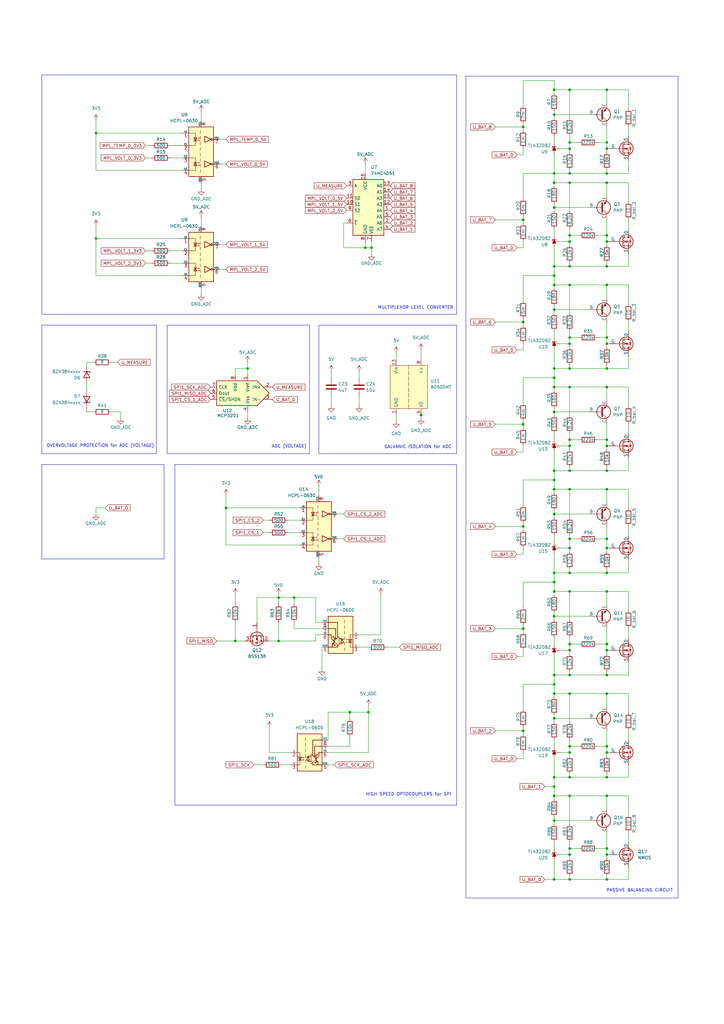
<source format=kicad_sch>
(kicad_sch (version 20250114) (generator "eeschema") (generator_version "9.0")
  (paper "A3" portrait)
  (rectangle (start 191.135 31.242) (end 278.13 368.3))
  (rectangle (start 130.81 133.35) (end 187.325 186.055))
  (rectangle (start 17.145 133.35) (end 64.135 186.055))
  (rectangle (start 17.145 190.5) (end 67.31 229.235))
  (rectangle (start 17.145 30.734) (end 187.325 128.905))
  (rectangle (start 68.58 133.35) (end 127 186.055))
  (rectangle (start 71.755 190.5) (end 187.325 330.2))
  (text "PASSIVE BALANCING CIRCUIT" (at 262.382 365.252 0) (effects (font (size 1.27 1.27))))
  (text "HIGH SPEED OPTOCOUPLERS for SPI" (at 167.64 325.882 0) (effects (font (size 1.27 1.27))))
  (text "ADC (VOLTAGE)" (at 118.618 183.134 0) (effects (font (size 1.27 1.27))))
  (text "OVERVOLTAGE PROTECTION for ADC (VOLTAGE)" (at 41.148 182.88 0) (effects (font (size 1.27 1.27))))
  (text "MULTIPLEXOR LEVEL CONVERTER " (at 170.942 126.238 0) (effects (font (size 1.27 1.27))))
  (text "GALVANIC ISOLATION for ADC" (at 171.45 183.388 0) (effects (font (size 1.27 1.27))))
  (junction (at 227.33 74.93))
  (junction (at 143.51 292.1))
  (junction (at 248.92 99.06))
  (junction (at 248.92 360.68))
  (junction (at 227.33 322.58))
  (junction (at 248.92 318.77))
  (junction (at 233.68 284.48))
  (junction (at 233.68 350.52))
  (junction (at 120.65 245.11))
  (junction (at 248.92 326.39))
  (junction (at 233.68 158.75))
  (junction (at 248.92 138.43))
  (junction (at 227.33 242.57))
  (junction (at 233.68 140.97))
  (junction (at 227.33 154.94))
  (junction (at 227.33 318.77))
  (junction (at 248.92 306.07))
  (junction (at 248.92 182.88))
  (junction (at 248.92 116.84))
  (junction (at 227.33 127))
  (junction (at 233.68 182.88))
  (junction (at 227.33 238.76))
  (junction (at 227.33 252.73))
  (junction (at 227.33 210.82))
  (junction (at 248.92 220.98))
  (junction (at 152.4 101.6))
  (junction (at 233.68 220.98))
  (junction (at 227.33 326.39))
  (junction (at 233.68 266.7))
  (junction (at 92.71 208.28))
  (junction (at 114.3 245.11))
  (junction (at 227.33 200.66))
  (junction (at 248.92 96.52))
  (junction (at 39.37 54.61))
  (junction (at 248.92 200.66))
  (junction (at 233.68 318.77))
  (junction (at 227.33 360.68))
  (junction (at 227.33 294.64))
  (junction (at 248.92 193.04))
  (junction (at 248.92 266.7))
  (junction (at 233.68 99.06))
  (junction (at 248.92 58.42))
  (junction (at 233.68 193.04))
  (junction (at 233.68 58.42))
  (junction (at 233.68 109.22))
  (junction (at 233.68 36.83))
  (junction (at 248.92 60.96))
  (junction (at 227.33 276.86))
  (junction (at 248.92 158.75))
  (junction (at 227.33 36.83))
  (junction (at 233.68 326.39))
  (junction (at 227.33 234.95))
  (junction (at 39.37 97.79))
  (junction (at 151.13 292.1))
  (junction (at 233.68 242.57))
  (junction (at 233.68 74.93))
  (junction (at 227.33 116.84))
  (junction (at 248.92 151.13))
  (junction (at 114.3 262.89))
  (junction (at 233.68 360.68))
  (junction (at 227.33 71.12))
  (junction (at 248.92 74.93))
  (junction (at 233.68 151.13))
  (junction (at 248.92 350.52))
  (junction (at 233.68 138.43))
  (junction (at 214.63 257.81))
  (junction (at 233.68 180.34))
  (junction (at 233.68 306.07))
  (junction (at 172.72 170.18))
  (junction (at 101.6 151.13))
  (junction (at 233.68 116.84))
  (junction (at 227.33 85.09))
  (junction (at 227.33 168.91))
  (junction (at 214.63 215.9))
  (junction (at 214.63 299.72))
  (junction (at 233.68 347.98))
  (junction (at 248.92 180.34))
  (junction (at 248.92 109.22))
  (junction (at 214.63 173.99))
  (junction (at 248.92 308.61))
  (junction (at 248.92 276.86))
  (junction (at 214.63 132.08))
  (junction (at 248.92 284.48))
  (junction (at 233.68 96.52))
  (junction (at 233.68 60.96))
  (junction (at 248.92 36.83))
  (junction (at 214.63 52.07))
  (junction (at 233.68 200.66))
  (junction (at 227.33 284.48))
  (junction (at 227.33 336.55))
  (junction (at 233.68 264.16))
  (junction (at 233.68 308.61))
  (junction (at 227.33 113.03))
  (junction (at 227.33 46.99))
  (junction (at 233.68 234.95))
  (junction (at 248.92 347.98))
  (junction (at 233.68 224.79))
  (junction (at 248.92 224.79))
  (junction (at 149.86 101.6))
  (junction (at 227.33 109.22))
  (junction (at 214.63 90.17))
  (junction (at 248.92 140.97))
  (junction (at 233.68 276.86))
  (junction (at 227.33 151.13))
  (junction (at 233.68 71.12))
  (junction (at 248.92 234.95))
  (junction (at 227.33 193.04))
  (junction (at 248.92 71.12))
  (junction (at 248.92 264.16))
  (junction (at 227.33 158.75))
  (junction (at 227.33 280.67))
  (junction (at 227.33 196.85))
  (junction (at 96.52 262.89))
  (junction (at 248.92 242.57))
  (wire (pts (xy 233.68 55.88) (xy 233.68 58.42)))
  (wire (pts (xy 248.92 60.96) (xy 250.19 60.96)))
  (wire (pts (xy 227.33 219.71) (xy 227.33 222.25)))
  (wire (pts (xy 110.49 308.61) (xy 119.38 308.61)))
  (wire (pts (xy 151.13 308.61) (xy 134.62 308.61)))
  (wire (pts (xy 248.92 173.99) (xy 248.92 180.34)))
  (wire (pts (xy 227.33 251.46) (xy 227.33 252.73)))
  (wire (pts (xy 229.87 60.96) (xy 233.68 60.96)))
  (wire (pts (xy 214.63 71.12) (xy 227.33 71.12)))
  (wire (pts (xy 248.92 36.83) (xy 248.92 41.91)))
  (wire (pts (xy 227.33 293.37) (xy 227.33 294.64)))
  (wire (pts (xy 248.92 326.39) (xy 257.81 326.39)))
  (wire (pts (xy 214.63 280.67) (xy 227.33 280.67)))
  (wire (pts (xy 203.2 215.9) (xy 214.63 215.9)))
  (wire (pts (xy 156.21 243.84) (xy 156.21 260.35)))
  (wire (pts (xy 229.87 140.97) (xy 233.68 140.97)))
  (wire (pts (xy 248.92 350.52) (xy 250.19 350.52)))
  (wire (pts (xy 257.81 229.87) (xy 257.81 234.95)))
  (wire (pts (xy 233.68 149.86) (xy 233.68 151.13)))
  (wire (pts (xy 212.09 227.33) (xy 214.63 227.33)))
  (wire (pts (xy 69.85 102.87) (xy 74.93 102.87)))
  (wire (pts (xy 248.92 318.77) (xy 257.81 318.77)))
  (wire (pts (xy 227.33 151.13) (xy 233.68 151.13)))
  (wire (pts (xy 227.33 210.82) (xy 227.33 212.09)))
  (wire (pts (xy 233.68 264.16) (xy 237.49 264.16)))
  (wire (pts (xy 229.87 99.06) (xy 233.68 99.06)))
  (wire (pts (xy 233.68 306.07) (xy 233.68 308.61)))
  (wire (pts (xy 233.68 350.52) (xy 233.68 351.79)))
  (wire (pts (xy 248.92 149.86) (xy 248.92 151.13)))
  (wire (pts (xy 227.33 294.64) (xy 227.33 295.91)))
  (wire (pts (xy 257.81 74.93) (xy 257.81 82.55)))
  (wire (pts (xy 227.33 85.09) (xy 227.33 86.36)))
  (wire (pts (xy 129.54 260.35) (xy 132.08 260.35)))
  (wire (pts (xy 245.11 347.98) (xy 248.92 347.98)))
  (wire (pts (xy 118.11 213.36) (xy 123.19 213.36)))
  (wire (pts (xy 59.69 59.69) (xy 62.23 59.69)))
  (wire (pts (xy 245.11 220.98) (xy 248.92 220.98)))
  (wire (pts (xy 105.41 255.27) (xy 105.41 245.11)))
  (wire (pts (xy 96.52 151.13) (xy 101.6 151.13)))
  (wire (pts (xy 233.68 200.66) (xy 248.92 200.66)))
  (wire (pts (xy 39.37 97.79) (xy 74.93 97.79)))
  (wire (pts (xy 229.87 224.79) (xy 233.68 224.79)))
  (wire (pts (xy 248.92 317.5) (xy 248.92 318.77)))
  (wire (pts (xy 248.92 158.75) (xy 248.92 163.83)))
  (wire (pts (xy 227.33 318.77) (xy 227.33 311.15)))
  (wire (pts (xy 248.92 109.22) (xy 257.81 109.22)))
  (wire (pts (xy 214.63 238.76) (xy 227.33 238.76)))
  (wire (pts (xy 90.17 57.15) (xy 92.71 57.15)))
  (wire (pts (xy 214.63 113.03) (xy 214.63 123.19)))
  (wire (pts (xy 248.92 182.88) (xy 250.19 182.88)))
  (wire (pts (xy 214.63 214.63) (xy 214.63 215.9)))
  (wire (pts (xy 135.89 152.4) (xy 135.89 154.94)))
  (wire (pts (xy 233.68 276.86) (xy 248.92 276.86)))
  (wire (pts (xy 227.33 335.28) (xy 227.33 336.55)))
  (wire (pts (xy 233.68 36.83) (xy 248.92 36.83)))
  (wire (pts (xy 120.65 245.11) (xy 129.54 245.11)))
  (wire (pts (xy 227.33 294.64) (xy 241.3 294.64)))
  (wire (pts (xy 137.16 313.69) (xy 134.62 313.69)))
  (wire (pts (xy 248.92 306.07) (xy 248.92 308.61)))
  (wire (pts (xy 212.09 311.15) (xy 214.63 311.15)))
  (wire (pts (xy 248.92 151.13) (xy 257.81 151.13)))
  (wire (pts (xy 227.33 336.55) (xy 227.33 337.82)))
  (wire (pts (xy 257.81 132.08) (xy 257.81 135.89)))
  (wire (pts (xy 214.63 154.94) (xy 227.33 154.94)))
  (wire (pts (xy 59.69 64.77) (xy 62.23 64.77)))
  (wire (pts (xy 151.13 292.1) (xy 151.13 308.61)))
  (wire (pts (xy 227.33 326.39) (xy 233.68 326.39)))
  (wire (pts (xy 257.81 313.69) (xy 257.81 318.77)))
  (wire (pts (xy 214.63 215.9) (xy 214.63 217.17)))
  (wire (pts (xy 248.92 289.56) (xy 248.92 284.48)))
  (wire (pts (xy 257.81 52.07) (xy 257.81 55.88)))
  (wire (pts (xy 233.68 308.61) (xy 233.68 309.88)))
  (wire (pts (xy 227.33 116.84) (xy 233.68 116.84)))
  (wire (pts (xy 227.33 158.75) (xy 227.33 160.02)))
  (wire (pts (xy 257.81 200.66) (xy 257.81 208.28)))
  (wire (pts (xy 140.97 220.98) (xy 138.43 220.98)))
  (wire (pts (xy 134.62 306.07) (xy 143.51 306.07)))
  (wire (pts (xy 248.92 275.59) (xy 248.92 276.86)))
  (wire (pts (xy 233.68 234.95) (xy 248.92 234.95)))
  (wire (pts (xy 257.81 271.78) (xy 257.81 276.86)))
  (wire (pts (xy 96.52 243.84) (xy 96.52 247.65)))
  (wire (pts (xy 233.68 347.98) (xy 237.49 347.98)))
  (wire (pts (xy 233.68 303.53) (xy 233.68 306.07)))
  (wire (pts (xy 233.68 99.06) (xy 233.68 100.33)))
  (wire (pts (xy 227.33 276.86) (xy 227.33 269.24)))
  (wire (pts (xy 233.68 96.52) (xy 233.68 99.06)))
  (wire (pts (xy 248.92 116.84) (xy 257.81 116.84)))
  (wire (pts (xy 227.33 234.95) (xy 227.33 238.76)))
  (wire (pts (xy 227.33 234.95) (xy 227.33 227.33)))
  (wire (pts (xy 233.68 224.79) (xy 233.68 226.06)))
  (wire (pts (xy 257.81 187.96) (xy 257.81 193.04)))
  (wire (pts (xy 214.63 33.02) (xy 227.33 33.02)))
  (wire (pts (xy 227.33 154.94) (xy 227.33 158.75)))
  (wire (pts (xy 152.4 101.6) (xy 149.86 101.6)))
  (wire (pts (xy 227.33 74.93) (xy 227.33 76.2)))
  (wire (pts (xy 59.69 107.95) (xy 62.23 107.95)))
  (wire (pts (xy 82.55 77.47) (xy 82.55 74.93)))
  (wire (pts (xy 212.09 143.51) (xy 214.63 143.51)))
  (wire (pts (xy 107.95 218.44) (xy 110.49 218.44)))
  (wire (pts (xy 248.92 308.61) (xy 248.92 309.88)))
  (wire (pts (xy 82.55 88.9) (xy 82.55 92.71)))
  (wire (pts (xy 227.33 36.83) (xy 233.68 36.83)))
  (wire (pts (xy 129.54 255.27) (xy 132.08 255.27)))
  (wire (pts (xy 227.33 284.48) (xy 233.68 284.48)))
  (wire (pts (xy 172.72 168.91) (xy 172.72 170.18)))
  (wire (pts (xy 214.63 101.6) (xy 214.63 99.06)))
  (wire (pts (xy 39.37 49.53) (xy 39.37 54.61)))
  (wire (pts (xy 172.72 170.18) (xy 172.72 171.45)))
  (wire (pts (xy 49.53 168.91) (xy 49.53 171.45)))
  (wire (pts (xy 39.37 54.61) (xy 74.93 54.61)))
  (wire (pts (xy 233.68 36.83) (xy 233.68 48.26)))
  (wire (pts (xy 248.92 266.7) (xy 248.92 267.97)))
  (wire (pts (xy 233.68 69.85) (xy 233.68 71.12)))
  (wire (pts (xy 227.33 252.73) (xy 227.33 254)))
  (wire (pts (xy 257.81 242.57) (xy 257.81 250.19)))
  (wire (pts (xy 227.33 242.57) (xy 227.33 243.84)))
  (wire (pts (xy 227.33 318.77) (xy 233.68 318.77)))
  (wire (pts (xy 212.09 101.6) (xy 214.63 101.6)))
  (wire (pts (xy 248.92 350.52) (xy 248.92 351.79)))
  (wire (pts (xy 214.63 227.33) (xy 214.63 224.79)))
  (wire (pts (xy 223.52 360.68) (xy 227.33 360.68)))
  (wire (pts (xy 143.51 292.1) (xy 151.13 292.1)))
  (wire (pts (xy 212.09 269.24) (xy 214.63 269.24)))
  (wire (pts (xy 114.3 245.11) (xy 114.3 247.65)))
  (wire (pts (xy 227.33 33.02) (xy 227.33 36.83)))
  (wire (pts (xy 233.68 326.39) (xy 233.68 337.82)))
  (wire (pts (xy 203.2 132.08) (xy 214.63 132.08)))
  (wire (pts (xy 114.3 243.84) (xy 114.3 245.11)))
  (wire (pts (xy 227.33 276.86) (xy 233.68 276.86)))
  (wire (pts (xy 101.6 151.13) (xy 101.6 153.67)))
  (wire (pts (xy 233.68 360.68) (xy 248.92 360.68)))
  (wire (pts (xy 227.33 158.75) (xy 233.68 158.75)))
  (wire (pts (xy 233.68 116.84) (xy 233.68 128.27)))
  (wire (pts (xy 248.92 99.06) (xy 250.19 99.06)))
  (wire (pts (xy 227.33 326.39) (xy 227.33 327.66)))
  (wire (pts (xy 203.2 52.07) (xy 214.63 52.07)))
  (wire (pts (xy 212.09 63.5) (xy 214.63 63.5)))
  (wire (pts (xy 233.68 284.48) (xy 248.92 284.48)))
  (wire (pts (xy 214.63 143.51) (xy 214.63 140.97)))
  (wire (pts (xy 110.49 298.45) (xy 110.49 308.61)))
  (wire (pts (xy 227.33 151.13) (xy 227.33 154.94)))
  (wire (pts (xy 149.86 101.6) (xy 149.86 99.06)))
  (wire (pts (xy 92.71 203.2) (xy 92.71 208.28)))
  (wire (pts (xy 214.63 256.54) (xy 214.63 257.81)))
  (wire (pts (xy 227.33 284.48) (xy 227.33 285.75)))
  (wire (pts (xy 82.55 120.65) (xy 82.55 118.11)))
  (wire (pts (xy 233.68 220.98) (xy 237.49 220.98)))
  (wire (pts (xy 45.72 168.91) (xy 49.53 168.91)))
  (wire (pts (xy 227.33 83.82) (xy 227.33 85.09)))
  (wire (pts (xy 214.63 185.42) (xy 214.63 182.88)))
  (wire (pts (xy 233.68 116.84) (xy 248.92 116.84)))
  (wire (pts (xy 92.71 208.28) (xy 92.71 223.52)))
  (wire (pts (xy 248.92 359.41) (xy 248.92 360.68)))
  (wire (pts (xy 248.92 138.43) (xy 248.92 140.97)))
  (wire (pts (xy 233.68 233.68) (xy 233.68 234.95)))
  (wire (pts (xy 227.33 210.82) (xy 241.3 210.82)))
  (wire (pts (xy 156.21 260.35) (xy 147.32 260.35)))
  (wire (pts (xy 140.97 91.44) (xy 142.24 91.44)))
  (wire (pts (xy 257.81 116.84) (xy 257.81 124.46)))
  (wire (pts (xy 248.92 74.93) (xy 257.81 74.93)))
  (wire (pts (xy 233.68 138.43) (xy 237.49 138.43)))
  (wire (pts (xy 257.81 158.75) (xy 257.81 166.37)))
  (wire (pts (xy 248.92 205.74) (xy 248.92 200.66)))
  (wire (pts (xy 248.92 234.95) (xy 257.81 234.95)))
  (wire (pts (xy 214.63 50.8) (xy 214.63 52.07)))
  (wire (pts (xy 248.92 284.48) (xy 257.81 284.48)))
  (wire (pts (xy 248.92 331.47) (xy 248.92 326.39)))
  (wire (pts (xy 92.71 67.31) (xy 90.17 67.31)))
  (wire (pts (xy 233.68 107.95) (xy 233.68 109.22)))
  (wire (pts (xy 39.37 97.79) (xy 39.37 113.03)))
  (wire (pts (xy 245.11 58.42) (xy 248.92 58.42)))
  (wire (pts (xy 245.11 264.16) (xy 248.92 264.16)))
  (wire (pts (xy 92.71 110.49) (xy 90.17 110.49)))
  (wire (pts (xy 227.33 360.68) (xy 227.33 353.06)))
  (wire (pts (xy 69.85 64.77) (xy 74.93 64.77)))
  (wire (pts (xy 248.92 224.79) (xy 248.92 226.06)))
  (wire (pts (xy 248.92 233.68) (xy 248.92 234.95)))
  (wire (pts (xy 233.68 242.57) (xy 233.68 254)))
  (wire (pts (xy 105.41 245.11) (xy 114.3 245.11)))
  (wire (pts (xy 35.56 157.48) (xy 35.56 160.02)))
  (wire (pts (xy 203.2 173.99) (xy 214.63 173.99)))
  (wire (pts (xy 257.81 284.48) (xy 257.81 292.1)))
  (wire (pts (xy 257.81 299.72) (xy 257.81 303.53)))
  (wire (pts (xy 134.62 303.53) (xy 134.62 292.1)))
  (wire (pts (xy 233.68 151.13) (xy 248.92 151.13)))
  (wire (pts (xy 203.2 299.72) (xy 214.63 299.72)))
  (wire (pts (xy 130.81 231.14) (xy 130.81 228.6)))
  (wire (pts (xy 132.08 257.81) (xy 120.65 257.81)))
  (wire (pts (xy 39.37 92.71) (xy 39.37 97.79)))
  (wire (pts (xy 227.33 193.04) (xy 227.33 185.42)))
  (wire (pts (xy 227.33 71.12) (xy 227.33 74.93)))
  (wire (pts (xy 233.68 326.39) (xy 248.92 326.39)))
  (wire (pts (xy 114.3 255.27) (xy 114.3 262.89)))
  (wire (pts (xy 227.33 45.72) (xy 227.33 46.99)))
  (wire (pts (xy 74.93 69.85) (xy 39.37 69.85)))
  (wire (pts (xy 248.92 107.95) (xy 248.92 109.22)))
  (wire (pts (xy 214.63 33.02) (xy 214.63 43.18)))
  (wire (pts (xy 149.86 67.31) (xy 149.86 71.12)))
  (wire (pts (xy 227.33 71.12) (xy 233.68 71.12)))
  (wire (pts (xy 229.87 350.52) (xy 233.68 350.52)))
  (wire (pts (xy 214.63 269.24) (xy 214.63 266.7)))
  (wire (pts (xy 248.92 347.98) (xy 248.92 350.52)))
  (wire (pts (xy 248.92 264.16) (xy 248.92 266.7)))
  (wire (pts (xy 214.63 113.03) (xy 227.33 113.03)))
  (wire (pts (xy 35.56 148.59) (xy 35.56 149.86)))
  (wire (pts (xy 227.33 345.44) (xy 227.33 347.98)))
  (wire (pts (xy 233.68 193.04) (xy 248.92 193.04)))
  (wire (pts (xy 129.54 262.89) (xy 129.54 260.35)))
  (wire (pts (xy 233.68 306.07) (xy 237.49 306.07)))
  (wire (pts (xy 151.13 265.43) (xy 147.32 265.43)))
  (wire (pts (xy 227.33 46.99) (xy 241.3 46.99)))
  (wire (pts (xy 214.63 196.85) (xy 227.33 196.85)))
  (wire (pts (xy 233.68 220.98) (xy 233.68 224.79)))
  (wire (pts (xy 227.33 322.58) (xy 227.33 326.39)))
  (wire (pts (xy 257.81 104.14) (xy 257.81 109.22)))
  (wire (pts (xy 114.3 262.89) (xy 129.54 262.89)))
  (wire (pts (xy 229.87 308.61) (xy 233.68 308.61)))
  (wire (pts (xy 229.87 182.88) (xy 233.68 182.88)))
  (wire (pts (xy 248.92 121.92) (xy 248.92 116.84)))
  (wire (pts (xy 214.63 154.94) (xy 214.63 165.1)))
  (wire (pts (xy 227.33 55.88) (xy 227.33 58.42)))
  (wire (pts (xy 227.33 200.66) (xy 233.68 200.66)))
  (wire (pts (xy 35.56 168.91) (xy 38.1 168.91)))
  (wire (pts (xy 233.68 219.71) (xy 233.68 220.98)))
  (wire (pts (xy 212.09 185.42) (xy 214.63 185.42)))
  (wire (pts (xy 248.92 191.77) (xy 248.92 193.04)))
  (wire (pts (xy 233.68 284.48) (xy 233.68 295.91)))
  (wire (pts (xy 227.33 336.55) (xy 241.3 336.55)))
  (wire (pts (xy 248.92 132.08) (xy 248.92 138.43)))
  (wire (pts (xy 227.33 135.89) (xy 227.33 138.43)))
  (wire (pts (xy 107.95 213.36) (xy 110.49 213.36)))
  (wire (pts (xy 248.92 71.12) (xy 257.81 71.12)))
  (wire (pts (xy 172.72 143.51) (xy 172.72 147.32)))
  (wire (pts (xy 82.55 45.72) (xy 82.55 49.53)))
  (wire (pts (xy 233.68 242.57) (xy 248.92 242.57)))
  (wire (pts (xy 233.68 264.16) (xy 233.68 266.7)))
  (wire (pts (xy 151.13 289.56) (xy 151.13 292.1)))
  (wire (pts (xy 227.33 125.73) (xy 227.33 127)))
  (wire (pts (xy 96.52 255.27) (xy 96.52 262.89)))
  (wire (pts (xy 245.11 96.52) (xy 248.92 96.52)))
  (wire (pts (xy 257.81 257.81) (xy 257.81 261.62)))
  (wire (pts (xy 257.81 341.63) (xy 257.81 345.44)))
  (wire (pts (xy 248.92 242.57) (xy 257.81 242.57)))
  (wire (pts (xy 115.57 313.69) (xy 119.38 313.69)))
  (wire (pts (xy 149.86 101.6) (xy 140.97 101.6)))
  (wire (pts (xy 257.81 326.39) (xy 257.81 334.01)))
  (wire (pts (xy 227.33 109.22) (xy 227.33 113.03)))
  (wire (pts (xy 129.54 245.11) (xy 129.54 255.27)))
  (wire (pts (xy 248.92 180.34) (xy 248.92 182.88)))
  (wire (pts (xy 163.83 265.43) (xy 158.75 265.43)))
  (wire (pts (xy 59.69 102.87) (xy 62.23 102.87)))
  (wire (pts (xy 248.92 299.72) (xy 248.92 306.07)))
  (wire (pts (xy 132.08 265.43) (xy 132.08 274.32)))
  (wire (pts (xy 233.68 180.34) (xy 237.49 180.34)))
  (wire (pts (xy 101.6 148.59) (xy 101.6 151.13)))
  (wire (pts (xy 248.92 215.9) (xy 248.92 220.98)))
  (wire (pts (xy 257.81 36.83) (xy 257.81 44.45)))
  (wire (pts (xy 248.92 341.63) (xy 248.92 347.98)))
  (wire (pts (xy 227.33 280.67) (xy 227.33 284.48)))
  (wire (pts (xy 227.33 168.91) (xy 227.33 170.18)))
  (wire (pts (xy 227.33 209.55) (xy 227.33 210.82)))
  (wire (pts (xy 135.89 162.56) (xy 135.89 166.37)))
  (wire (pts (xy 233.68 109.22) (xy 248.92 109.22)))
  (wire (pts (xy 143.51 302.26) (xy 143.51 306.07)))
  (wire (pts (xy 248.92 80.01) (xy 248.92 74.93)))
  (wire (pts (xy 214.63 130.81) (xy 214.63 132.08)))
  (wire (pts (xy 245.11 306.07) (xy 248.92 306.07)))
  (wire (pts (xy 203.2 90.17) (xy 214.63 90.17)))
  (wire (pts (xy 233.68 58.42) (xy 237.49 58.42)))
  (wire (pts (xy 214.63 173.99) (xy 214.63 175.26)))
  (wire (pts (xy 35.56 168.91) (xy 35.56 167.64)))
  (wire (pts (xy 227.33 109.22) (xy 233.68 109.22)))
  (wire (pts (xy 233.68 138.43) (xy 233.68 140.97)))
  (wire (pts (xy 74.93 113.03) (xy 39.37 113.03)))
  (wire (pts (xy 233.68 345.44) (xy 233.68 347.98)))
  (wire (pts (xy 248.92 257.81) (xy 248.92 264.16)))
  (wire (pts (xy 147.32 152.4) (xy 147.32 154.94)))
  (wire (pts (xy 233.68 275.59) (xy 233.68 276.86)))
  (wire (pts (xy 229.87 266.7) (xy 233.68 266.7)))
  (wire (pts (xy 248.92 140.97) (xy 250.19 140.97)))
  (wire (pts (xy 147.32 162.56) (xy 147.32 166.37)))
  (wire (pts (xy 233.68 359.41) (xy 233.68 360.68)))
  (wire (pts (xy 233.68 261.62) (xy 233.68 264.16)))
  (wire (pts (xy 227.33 238.76) (xy 227.33 242.57)))
  (wire (pts (xy 248.92 220.98) (xy 248.92 224.79)))
  (wire (pts (xy 233.68 182.88) (xy 233.68 184.15)))
  (wire (pts (xy 88.9 262.89) (xy 96.52 262.89)))
  (wire (pts (xy 227.33 71.12) (xy 227.33 63.5)))
  (wire (pts (xy 248.92 158.75) (xy 257.81 158.75)))
  (wire (pts (xy 233.68 318.77) (xy 248.92 318.77)))
  (wire (pts (xy 227.33 93.98) (xy 227.33 96.52)))
  (wire (pts (xy 227.33 109.22) (xy 227.33 101.6)))
  (wire (pts (xy 233.68 60.96) (xy 233.68 62.23)))
  (wire (pts (xy 233.68 93.98) (xy 233.68 96.52)))
  (wire (pts (xy 69.85 59.69) (xy 74.93 59.69)))
  (wire (pts (xy 248.92 247.65) (xy 248.92 242.57)))
  (wire (pts (xy 214.63 299.72) (xy 214.63 300.99)))
  (wire (pts (xy 248.92 36.83) (xy 257.81 36.83)))
  (wire (pts (xy 227.33 200.66) (xy 227.33 201.93)))
  (wire (pts (xy 152.4 99.06) (xy 152.4 101.6)))
  (wire (pts (xy 138.43 210.82) (xy 140.97 210.82)))
  (wire (pts (xy 248.92 90.17) (xy 248.92 96.52)))
  (wire (pts (xy 233.68 71.12) (xy 248.92 71.12)))
  (wire (pts (xy 120.65 255.27) (xy 120.65 257.81)))
  (wire (pts (xy 214.63 71.12) (xy 214.63 81.28)))
  (wire (pts (xy 233.68 266.7) (xy 233.68 267.97)))
  (wire (pts (xy 227.33 113.03) (xy 227.33 116.84)))
  (wire (pts (xy 123.19 223.52) (xy 92.71 223.52)))
  (wire (pts (xy 257.81 90.17) (xy 257.81 93.98)))
  (wire (pts (xy 233.68 180.34) (xy 233.68 182.88)))
  (wire (pts (xy 233.68 200.66) (xy 233.68 212.09)))
  (wire (pts (xy 227.33 46.99) (xy 227.33 48.26)))
  (wire (pts (xy 233.68 317.5) (xy 233.68 318.77)))
  (wire (pts (xy 90.17 100.33) (xy 92.71 100.33)))
  (wire (pts (xy 227.33 196.85) (xy 227.33 200.66)))
  (wire (pts (xy 227.33 85.09) (xy 241.3 85.09)))
  (wire (pts (xy 214.63 298.45) (xy 214.63 299.72)))
  (wire (pts (xy 248.92 308.61) (xy 250.19 308.61)))
  (wire (pts (xy 233.68 158.75) (xy 248.92 158.75)))
  (wire (pts (xy 233.68 74.93) (xy 248.92 74.93)))
  (wire (pts (xy 248.92 193.04) (xy 257.81 193.04)))
  (wire (pts (xy 39.37 208.28) (xy 43.18 208.28)))
  (wire (pts (xy 248.92 58.42) (xy 248.92 60.96)))
  (wire (pts (xy 248.92 200.66) (xy 257.81 200.66)))
  (wire (pts (xy 214.63 52.07) (xy 214.63 53.34)))
  (wire (pts (xy 227.33 360.68) (xy 233.68 360.68)))
  (wire (pts (xy 227.33 261.62) (xy 227.33 264.16)))
  (wire (pts (xy 233.68 135.89) (xy 233.68 138.43)))
  (wire (pts (xy 130.81 199.39) (xy 130.81 203.2)))
  (wire (pts (xy 134.62 292.1) (xy 143.51 292.1)))
  (wire (pts (xy 214.63 238.76) (xy 214.63 248.92)))
  (wire (pts (xy 227.33 167.64) (xy 227.33 168.91)))
  (wire (pts (xy 248.92 96.52) (xy 248.92 99.06)))
  (wire (pts (xy 248.92 360.68) (xy 257.81 360.68)))
  (wire (pts (xy 233.68 177.8) (xy 233.68 180.34)))
  (wire (pts (xy 227.33 127) (xy 227.33 128.27)))
  (wire (pts (xy 233.68 58.42) (xy 233.68 60.96)))
  (wire (pts (xy 248.92 140.97) (xy 248.92 142.24)))
  (wire (pts (xy 248.92 99.06) (xy 248.92 100.33)))
  (wire (pts (xy 257.81 66.04) (xy 257.81 71.12)))
  (wire (pts (xy 223.52 322.58) (xy 227.33 322.58)))
  (wire (pts (xy 120.65 245.11) (xy 120.65 247.65)))
  (wire (pts (xy 257.81 173.99) (xy 257.81 177.8)))
  (wire (pts (xy 227.33 193.04) (xy 227.33 196.85)))
  (wire (pts (xy 214.63 257.81) (xy 214.63 259.08)))
  (wire (pts (xy 248.92 224.79) (xy 250.19 224.79)))
  (wire (pts (xy 214.63 172.72) (xy 214.63 173.99)))
  (wire (pts (xy 114.3 245.11) (xy 120.65 245.11)))
  (wire (pts (xy 45.72 148.59) (xy 48.26 148.59)))
  (wire (pts (xy 214.63 63.5) (xy 214.63 60.96)))
  (wire (pts (xy 257.81 215.9) (xy 257.81 219.71)))
  (wire (pts (xy 227.33 193.04) (xy 233.68 193.04)))
  (wire (pts (xy 227.33 242.57) (xy 233.68 242.57)))
  (wire (pts (xy 245.11 138.43) (xy 248.92 138.43)))
  (wire (pts (xy 162.56 170.18) (xy 162.56 172.72)))
  (wire (pts (xy 39.37 54.61) (xy 39.37 69.85)))
  (wire (pts (xy 248.92 276.86) (xy 257.81 276.86)))
  (wire (pts (xy 96.52 151.13) (xy 96.52 153.67)))
  (wire (pts (xy 69.85 107.95) (xy 74.93 107.95)))
  (wire (pts (xy 233.68 158.75) (xy 233.68 170.18)))
  (wire (pts (xy 203.2 257.81) (xy 214.63 257.81)))
  (wire (pts (xy 104.14 313.69) (xy 107.95 313.69)))
  (wire (pts (xy 96.52 262.89) (xy 100.33 262.89)))
  (wire (pts (xy 233.68 140.97) (xy 233.68 142.24)))
  (wire (pts (xy 143.51 292.1) (xy 143.51 294.64)))
  (wire (pts (xy 233.68 347.98) (xy 233.68 350.52)))
  (wire (pts (xy 227.33 168.91) (xy 241.3 168.91)))
  (wire (pts (xy 245.11 180.34) (xy 248.92 180.34)))
  (wire (pts (xy 110.49 262.89) (xy 114.3 262.89)))
  (wire (pts (xy 152.4 101.6) (xy 152.4 104.14)))
  (wire (pts (xy 227.33 36.83) (xy 227.33 38.1)))
  (wire (pts (xy 227.33 127) (xy 241.3 127)))
  (wire (pts (xy 214.63 88.9) (xy 214.63 90.17)))
  (wire (pts (xy 214.63 90.17) (xy 214.63 91.44)))
  (wire (pts (xy 248.92 52.07) (xy 248.92 58.42)))
  (wire (pts (xy 227.33 303.53) (xy 227.33 306.07)))
  (wire (pts (xy 233.68 74.93) (xy 233.68 86.36)))
  (wire (pts (xy 257.81 355.6) (xy 257.81 360.68)))
  (wire (pts (xy 227.33 74.93) (xy 233.68 74.93)))
  (wire (pts (xy 227.33 252.73) (xy 241.3 252.73)))
  (wire (pts (xy 257.81 146.05) (xy 257.81 151.13)))
  (wire (pts (xy 101.6 168.91) (xy 101.6 171.45)))
  (wire (pts (xy 214.63 132.08) (xy 214.63 133.35)))
  (wire (pts (xy 233.68 191.77) (xy 233.68 193.04)))
  (wire (pts (xy 118.11 218.44) (xy 123.19 218.44)))
  (wire (pts (xy 214.63 311.15) (xy 214.63 308.61)))
  (wire (pts (xy 248.92 69.85) (xy 248.92 71.12)))
  (wire (pts (xy 248.92 266.7) (xy 250.19 266.7)))
  (wire (pts (xy 214.63 280.67) (xy 214.63 290.83)))
  (wire (pts (xy 233.68 96.52) (xy 237.49 96.52)))
  (wire (pts (xy 227.33 116.84) (xy 227.33 118.11)))
  (wire (pts (xy 248.92 60.96) (xy 248.92 62.23)))
  (wire (pts (xy 248.92 182.88) (xy 248.92 184.15)))
  (wire (pts (xy 92.71 208.28) (xy 123.19 208.28)))
  (wire (pts (xy 214.63 196.85) (xy 214.63 207.01)))
  (wire (pts (xy 162.56 144.78) (xy 162.56 147.32)))
  (wire (pts (xy 227.33 151.13) (xy 227.33 143.51)))
  (wire (pts (xy 39.37 208.28) (xy 39.37 210.82)))
  (wire (pts (xy 35.56 148.59) (xy 38.1 148.59)))
  (wire (pts (xy 227.33 234.95) (xy 233.68 234.95)))
  (wire (pts (xy 140.97 91.44) (xy 140.97 101.6)))
  (wire (pts (xy 227.33 177.8) (xy 227.33 180.34)))
  (wire (pts (xy 227.33 318.77) (xy 227.33 322.58)))
  (wire (pts (xy 227.33 276.86) (xy 227.33 280.67)))
  (global_label "U_MEASURE" (shape input) (at 142.24 76.2 180) (property "Intersheetrefs" "${INTERSHEET_REFS}" (at 128.3087 76.2 0) (effects (justify right))))
  (global_label "SPI1_CS_2_ADC" (shape input) (at 140.97 210.82 0) (property "Intersheetrefs" "${INTERSHEET_REFS}" (at 158.4694 210.82 0) (effects (justify left))))
  (global_label "SPI1_CS_1" (shape input) (at 107.95 218.44 180) (property "Intersheetrefs" "${INTERSHEET_REFS}" (at 95.0468 218.44 0) (effects (justify right))))
  (global_label "MPL_VOLT_0_3V3" (shape input) (at 59.69 64.77 180) (property "Intersheetrefs" "${INTERSHEET_REFS}" (at 40.9206 64.77 0) (effects (justify right))))
  (global_label "SPI1_SCK_ADC" (shape input) (at 86.36 158.75 180) (property "Intersheetrefs" "${INTERSHEET_REFS}" (at 69.7677 158.75 0) (effects (justify right))))
  (global_label "U_BAT_0" (shape input) (at 111.76 163.83 0) (property "Intersheetrefs" "${INTERSHEET_REFS}" (at 122.5466 163.83 0) (effects (justify left))))
  (global_label "U_BAT_5" (shape input) (at 203.2 173.99 180) (property "Intersheetrefs" "${INTERSHEET_REFS}" (at 192.4134 173.99 0) (effects (justify right))))
  (global_label "SPI1_CS_1_ADC" (shape input) (at 140.97 220.98 0) (property "Intersheetrefs" "${INTERSHEET_REFS}" (at 158.4694 220.98 0) (effects (justify left))))
  (global_label "U_BAT_6" (shape input) (at 160.02 81.28 0) (property "Intersheetrefs" "${INTERSHEET_REFS}" (at 170.8066 81.28 0) (effects (justify left))))
  (global_label "U_BAT_4" (shape input) (at 160.02 86.36 0) (property "Intersheetrefs" "${INTERSHEET_REFS}" (at 170.8066 86.36 0) (effects (justify left))))
  (global_label "U_BAT_2" (shape input) (at 203.2 299.72 180) (property "Intersheetrefs" "${INTERSHEET_REFS}" (at 192.4134 299.72 0) (effects (justify right))))
  (global_label "SPI1_MISO" (shape input) (at 88.9 262.89 180) (property "Intersheetrefs" "${INTERSHEET_REFS}" (at 76.0572 262.89 0) (effects (justify right))))
  (global_label "U_BAT_8" (shape input) (at 160.02 76.2 0) (property "Intersheetrefs" "${INTERSHEET_REFS}" (at 170.8066 76.2 0) (effects (justify left))))
  (global_label "U_BAT_5" (shape input) (at 160.02 83.82 0) (property "Intersheetrefs" "${INTERSHEET_REFS}" (at 170.8066 83.82 0) (effects (justify left))))
  (global_label "U_MEASURE" (shape input) (at 48.26 148.59 0) (property "Intersheetrefs" "${INTERSHEET_REFS}" (at 62.1913 148.59 0) (effects (justify left))))
  (global_label "MPL_VOLT_1_5V" (shape input) (at 92.71 100.33 0) (property "Intersheetrefs" "${INTERSHEET_REFS}" (at 110.2699 100.33 0) (effects (justify left))))
  (global_label "U_BAT_7" (shape input) (at 160.02 78.74 0) (property "Intersheetrefs" "${INTERSHEET_REFS}" (at 170.8066 78.74 0) (effects (justify left))))
  (global_label "MPL_TEMP_0_3V3" (shape input) (at 59.69 59.69 180) (property "Intersheetrefs" "${INTERSHEET_REFS}" (at 40.4974 59.69 0) (effects (justify right))))
  (global_label "U_BAT_0" (shape input) (at 212.09 311.15 180) (property "Intersheetrefs" "${INTERSHEET_REFS}" (at 201.3034 311.15 0) (effects (justify right))))
  (global_label "U_BAT_1" (shape input) (at 160.02 93.98 0) (property "Intersheetrefs" "${INTERSHEET_REFS}" (at 170.8066 93.98 0) (effects (justify left))))
  (global_label "SPI1_SCK" (shape input) (at 104.14 313.69 180) (property "Intersheetrefs" "${INTERSHEET_REFS}" (at 92.1439 313.69 0) (effects (justify right))))
  (global_label "MPL_VOLT_1_5V" (shape input) (at 142.24 83.82 180) (property "Intersheetrefs" "${INTERSHEET_REFS}" (at 124.6801 83.82 0) (effects (justify right))))
  (global_label "U_BAT_3" (shape input) (at 160.02 88.9 0) (property "Intersheetrefs" "${INTERSHEET_REFS}" (at 170.8066 88.9 0) (effects (justify left))))
  (global_label "U_BAT_0" (shape input) (at 212.09 269.24 180) (property "Intersheetrefs" "${INTERSHEET_REFS}" (at 201.3034 269.24 0) (effects (justify right))))
  (global_label "U_BAT_4" (shape input) (at 203.2 215.9 180) (property "Intersheetrefs" "${INTERSHEET_REFS}" (at 192.4134 215.9 0) (effects (justify right))))
  (global_label "MPL_VOLT_2_3V3" (shape input) (at 59.69 107.95 180) (property "Intersheetrefs" "${INTERSHEET_REFS}" (at 40.9206 107.95 0) (effects (justify right))))
  (global_label "MPL_VOLT_2_5V" (shape input) (at 142.24 86.36 180) (property "Intersheetrefs" "${INTERSHEET_REFS}" (at 124.6801 86.36 0) (effects (justify right))))
  (global_label "U_BAT_1" (shape input) (at 223.52 322.58 180) (property "Intersheetrefs" "${INTERSHEET_REFS}" (at 212.7334 322.58 0) (effects (justify right))))
  (global_label "U_MEASURE" (shape input) (at 111.76 158.75 0) (property "Intersheetrefs" "${INTERSHEET_REFS}" (at 125.6913 158.75 0) (effects (justify left))))
  (global_label "MPL_TEMP_0_5V" (shape input) (at 92.71 57.15 0) (property "Intersheetrefs" "${INTERSHEET_REFS}" (at 110.6931 57.15 0) (effects (justify left))))
  (global_label "U_BAT_8" (shape input) (at 203.2 52.07 180) (property "Intersheetrefs" "${INTERSHEET_REFS}" (at 192.4134 52.07 0) (effects (justify right))))
  (global_label "MPL_VOLT_0_5V" (shape input) (at 142.24 81.28 180) (property "Intersheetrefs" "${INTERSHEET_REFS}" (at 124.6801 81.28 0) (effects (justify right))))
  (global_label "U_BAT_3" (shape input) (at 203.2 257.81 180) (property "Intersheetrefs" "${INTERSHEET_REFS}" (at 192.4134 257.81 0) (effects (justify right))))
  (global_label "U_BAT_0" (shape input) (at 212.09 227.33 180) (property "Intersheetrefs" "${INTERSHEET_REFS}" (at 201.3034 227.33 0) (effects (justify right))))
  (global_label "MPL_VOLT_0_5V" (shape input) (at 92.71 67.31 0) (property "Intersheetrefs" "${INTERSHEET_REFS}" (at 110.2699 67.31 0) (effects (justify left))))
  (global_label "U_BAT_0" (shape input) (at 212.09 143.51 180) (property "Intersheetrefs" "${INTERSHEET_REFS}" (at 201.3034 143.51 0) (effects (justify right))))
  (global_label "SPI1_CS_2" (shape input) (at 107.95 213.36 180) (property "Intersheetrefs" "${INTERSHEET_REFS}" (at 95.0468 213.36 0) (effects (justify right))))
  (global_label "U_BAT_0" (shape input) (at 212.09 101.6 180) (property "Intersheetrefs" "${INTERSHEET_REFS}" (at 201.3034 101.6 0) (effects (justify right))))
  (global_label "U_BAT_0" (shape input) (at 223.52 360.68 180) (property "Intersheetrefs" "${INTERSHEET_REFS}" (at 212.7334 360.68 0) (effects (justify right))))
  (global_label "SPI1_CS_1_ADC" (shape input) (at 86.36 163.83 180) (property "Intersheetrefs" "${INTERSHEET_REFS}" (at 68.8606 163.83 0) (effects (justify right))))
  (global_label "U_BAT_2" (shape input) (at 160.02 91.44 0) (property "Intersheetrefs" "${INTERSHEET_REFS}" (at 170.8066 91.44 0) (effects (justify left))))
  (global_label "SPI1_MISO_ADC" (shape input) (at 163.83 265.43 0) (property "Intersheetrefs" "${INTERSHEET_REFS}" (at 181.269 264.16 0) (effects (justify left))))
  (global_label "U_BAT_7" (shape input) (at 203.2 90.17 180) (property "Intersheetrefs" "${INTERSHEET_REFS}" (at 192.4134 90.17 0) (effects (justify right))))
  (global_label "MPL_VOLT_1_3V3" (shape input) (at 59.69 102.87 180) (property "Intersheetrefs" "${INTERSHEET_REFS}" (at 40.9206 102.87 0) (effects (justify right))))
  (global_label "U_BAT_0" (shape input) (at 212.09 63.5 180) (property "Intersheetrefs" "${INTERSHEET_REFS}" (at 201.3034 63.5 0) (effects (justify right))))
  (global_label "SPI1_MISO_ADC" (shape input) (at 86.36 161.29 180) (property "Intersheetrefs" "${INTERSHEET_REFS}" (at 68.921 161.29 0) (effects (justify right))))
  (global_label "SPI1_SCK_ADC" (shape input) (at 137.16 313.69 0) (property "Intersheetrefs" "${INTERSHEET_REFS}" (at 153.7523 313.69 0) (effects (justify left))))
  (global_label "U_BAT_6" (shape input) (at 203.2 132.08 180) (property "Intersheetrefs" "${INTERSHEET_REFS}" (at 192.4134 132.08 0) (effects (justify right))))
  (global_label "U_BAT_0" (shape input) (at 212.09 185.42 180) (property "Intersheetrefs" "${INTERSHEET_REFS}" (at 201.3034 185.42 0) (effects (justify right))))
  (global_label "MPL_VOLT_2_5V" (shape input) (at 92.71 110.49 0) (property "Intersheetrefs" "${INTERSHEET_REFS}" (at 110.2699 110.49 0) (effects (justify left))))
  (global_label "U_BAT_0" (shape input) (at 43.18 208.28 0) (property "Intersheetrefs" "${INTERSHEET_REFS}" (at 53.9666 208.28 0) (effects (justify left))))
  (symbol (lib_id "Device:R") (at 233.68 355.6 180) (unit 1)
    (property "Reference" "R89" (at 231.648 356.87 90) (effects (justify right)))
    (property "Value" "12k" (at 233.68 357.378 90) (effects (justify right)))
    (property "Footprint" "Resistor_SMD:R_0603_1608Metric" (effects (hide yes)))
    (property "Мин. кол-во" "1000" (effects (hide yes)))
    (property "Ссылка" "https://www.promelec.ru/product/344748/" (effects (hide yes)))
    (property "Цена" "1" (effects (hide yes)))
    (property "Человекопонятное название" "Толстопленочный ЧИП-резистор 0603 10кОм" (effects (hide yes)))
  )
  (symbol (lib_id "Device:R") (at 241.3 138.43 90) (unit 1)
    (property "Reference" "R35" (at 241.3 135.89 90))
    (property "Value" "220k" (at 241.3 138.43 90))
    (property "Footprint" "Resistor_SMD:R_0603_1608Metric" (effects (hide yes)))
    (property "Мин. кол-во" "1000" (effects (hide yes)))
    (property "Ссылка" "https://www.promelec.ru/product/344748/" (effects (hide yes)))
    (property "Цена" "1" (effects (hide yes)))
    (property "Человекопонятное название" "Толстопленочный ЧИП-резистор 0603 10кОм" (effects (hide yes)))
  )
  (symbol (lib_id "Device:R") (at 214.63 294.64 180) (unit 1)
    (property "Reference" "R75" (at 212.598 295.91 90) (effects (justify right)))
    (property "Value" "1m" (at 214.63 296.418 90) (effects (justify right)))
    (property "Footprint" "Resistor_SMD:R_0603_1608Metric" (effects (hide yes)))
    (property "Мин. кол-во" "1000" (effects (hide yes)))
    (property "Ссылка" "https://www.promelec.ru/product/344748/" (effects (hide yes)))
    (property "Цена" "1" (effects (hide yes)))
    (property "Человекопонятное название" "Толстопленочный ЧИП-резистор 0603 10кОм" (effects (hide yes)))
  )
  (symbol (lib_id "Device:R") (at 233.68 271.78 180) (unit 1)
    (property "Reference" "R71" (at 231.648 273.05 90) (effects (justify right)))
    (property "Value" "12k" (at 233.68 273.558 90) (effects (justify right)))
    (property "Footprint" "Resistor_SMD:R_0603_1608Metric" (effects (hide yes)))
    (property "Мин. кол-во" "1000" (effects (hide yes)))
    (property "Ссылка" "https://www.promelec.ru/product/344748/" (effects (hide yes)))
    (property "Цена" "1" (effects (hide yes)))
    (property "Человекопонятное название" "Толстопленочный ЧИП-резистор 0603 10кОм" (effects (hide yes)))
  )
  (symbol (lib_id "Reference_Voltage:TL432DBZ") (at 227.33 308.61 270) (mirror x) (unit 1)
    (property "Reference" "U19" (at 224.79 309.8801 90) (effects (justify right)))
    (property "Value" "TL432DBZ" (at 226.06 307.34 90) (effects (justify right)))
    (property "Footprint" "Package_TO_SOT_SMD:SOT-23" (effects (hide yes)))
    (property "Datasheet" "http://www.ti.com/lit/ds/symlink/tl431.pdf" (effects (hide yes)))
    (property "Description" "Shunt Regulator, SOT-23" (effects (hide yes)))
  )
  (symbol (lib_id "Device:R") (at 233.68 299.72 180) (unit 1)
    (property "Reference" "R78" (at 231.648 300.99 90) (effects (justify right)))
    (property "Value" "8.2k" (at 233.68 301.752 90) (effects (justify right)))
    (property "Footprint" "Resistor_SMD:R_0603_1608Metric" (effects (hide yes)))
    (property "Мин. кол-во" "1000" (effects (hide yes)))
    (property "Ссылка" "https://www.promelec.ru/product/344748/" (effects (hide yes)))
    (property "Цена" "1" (effects (hide yes)))
    (property "Человекопонятное название" "Толстопленочный ЧИП-резистор 0603 10кОм" (effects (hide yes)))
  )
  (symbol (lib_id "Device:R") (at 257.81 128.27 180) (unit 1)
    (property "Reference" "R_bal_3" (at 260.096 132.08 90) (effects (justify right)))
    (property "Value" "10" (at 257.81 129.54 90) (effects (justify right)))
    (property "Footprint" "Resistor_SMD:R_1206_3216Metric" (effects (hide yes)))
    (property "Мин. кол-во" "1000" (effects (hide yes)))
    (property "Ссылка" "https://www.promelec.ru/product/344748/" (effects (hide yes)))
    (property "Цена" "1" (effects (hide yes)))
    (property "Человекопонятное название" "Толстопленочный ЧИП-резистор 0603 10кОм" (effects (hide yes)))
  )
  (symbol (lib_id "Device:R") (at 227.33 80.01 180) (unit 1)
    (property "Reference" "R18" (at 225.298 81.28 90) (effects (justify right)))
    (property "Value" "180" (at 227.33 81.788 90) (effects (justify right)))
    (property "Footprint" "Resistor_SMD:R_0603_1608Metric" (effects (hide yes)))
    (property "Мин. кол-во" "1000" (effects (hide yes)))
    (property "Ссылка" "https://www.promelec.ru/product/344748/" (effects (hide yes)))
    (property "Цена" "1" (effects (hide yes)))
    (property "Человекопонятное название" "Толстопленочный ЧИП-резистор 0603 10кОм" (effects (hide yes)))
  )
  (symbol (lib_id "Device:R") (at 233.68 229.87 180) (unit 1)
    (property "Reference" "R58" (at 231.648 231.14 90) (effects (justify right)))
    (property "Value" "12k" (at 233.68 231.648 90) (effects (justify right)))
    (property "Footprint" "Resistor_SMD:R_0603_1608Metric" (effects (hide yes)))
    (property "Мин. кол-во" "1000" (effects (hide yes)))
    (property "Ссылка" "https://www.promelec.ru/product/344748/" (effects (hide yes)))
    (property "Цена" "1" (effects (hide yes)))
    (property "Человекопонятное название" "Толстопленочный ЧИП-резистор 0603 10кОм" (effects (hide yes)))
  )
  (symbol (lib_id "Device:R") (at 233.68 146.05 180) (unit 1)
    (property "Reference" "R36" (at 231.648 147.32 90) (effects (justify right)))
    (property "Value" "12k" (at 233.68 147.828 90) (effects (justify right)))
    (property "Footprint" "Resistor_SMD:R_0603_1608Metric" (effects (hide yes)))
    (property "Мин. кол-во" "1000" (effects (hide yes)))
    (property "Ссылка" "https://www.promelec.ru/product/344748/" (effects (hide yes)))
    (property "Цена" "1" (effects (hide yes)))
    (property "Человекопонятное название" "Толстопленочный ЧИП-резистор 0603 10кОм" (effects (hide yes)))
  )
  (symbol (lib_id "Device:R") (at 227.33 331.47 180) (unit 1)
    (property "Reference" "R84" (at 225.298 332.74 90) (effects (justify right)))
    (property "Value" "180" (at 227.33 333.248 90) (effects (justify right)))
    (property "Footprint" "Resistor_SMD:R_0603_1608Metric" (effects (hide yes)))
    (property "Мин. кол-во" "1000" (effects (hide yes)))
    (property "Ссылка" "https://www.promelec.ru/product/344748/" (effects (hide yes)))
    (property "Цена" "1" (effects (hide yes)))
    (property "Человекопонятное название" "Толстопленочный ЧИП-резистор 0603 10кОм" (effects (hide yes)))
  )
  (symbol (lib_id "Isolator:HCPL-0600") (at 139.7 260.35 0) (mirror y) (unit 1)
    (property "Reference" "U16" (at 139.7 247.65 0))
    (property "Value" "HCPL-0600" (at 139.7 250.19 0))
    (property "Footprint" "Package_SO:SOIC-8_3.9x4.9mm_P1.27mm" (effects (hide yes)))
    (property "Datasheet" "https://docs.broadcom.com/docs/AV02-0940EN" (effects (hide yes)))
    (property "Description" "Single High Speed LSTTL/TTL Compatible Optocoupler with enable, dV/dt 5000/us, VCM 1000, max 7V VCC, SOIC-8" (effects (hide yes)))
  )
  (symbol (lib_id "power:+1V1") (at 156.21 243.84 0) (unit 1)
    (property "Reference" "#PWR053" (effects (hide yes)))
    (property "Value" "5V_ADC" (at 152.654 238.76 0) (effects (justify left)))
    (property "Description" "Power symbol creates a global label with name \"+1V1\"" (effects (hide yes)))
  )
  (symbol (lib_id "Device:R") (at 248.92 146.05 180) (unit 1)
    (property "Reference" "R37" (at 246.888 147.32 90) (effects (justify right)))
    (property "Value" "10k" (at 248.92 147.828 90) (effects (justify right)))
    (property "Footprint" "Resistor_SMD:R_0603_1608Metric" (effects (hide yes)))
    (property "Мин. кол-во" "1000" (effects (hide yes)))
    (property "Ссылка" "https://www.promelec.ru/product/344748/" (effects (hide yes)))
    (property "Цена" "1" (effects (hide yes)))
    (property "Человекопонятное название" "Толстопленочный ЧИП-резистор 0603 10кОм" (effects (hide yes)))
  )
  (symbol (lib_id "power:+1V1") (at 92.71 203.2 0) (unit 1)
    (property "Reference" "#PWR048" (effects (hide yes)))
    (property "Value" "3V3" (at 92.71 198.12 0))
    (property "Description" "Power symbol creates a global label with name \"+1V1\"" (effects (hide yes)))
  )
  (symbol (lib_id "Device:R") (at 41.91 168.91 90) (unit 1)
    (property "Reference" "R41" (at 41.91 166.37 90))
    (property "Value" "R" (at 41.91 168.91 90))
    (property "Footprint" "Resistor_SMD:R_0603_1608Metric" (effects (hide yes)))
    (property "Мин. кол-во" "1000" (effects (hide yes)))
    (property "Ссылка" "https://www.promelec.ru/product/344748/" (effects (hide yes)))
    (property "Цена" "1" (effects (hide yes)))
    (property "Человекопонятное название" "Толстопленочный ЧИП-резистор 0603 10кОм" (effects (hide yes)))
  )
  (symbol (lib_id "Device:R") (at 214.63 95.25 180) (unit 1)
    (property "Reference" "R23" (at 212.598 96.52 90) (effects (justify right)))
    (property "Value" "1m" (at 214.63 97.028 90) (effects (justify right)))
    (property "Footprint" "Resistor_SMD:R_0603_1608Metric" (effects (hide yes)))
    (property "Мин. кол-во" "1000" (effects (hide yes)))
    (property "Ссылка" "https://www.promelec.ru/product/344748/" (effects (hide yes)))
    (property "Цена" "1" (effects (hide yes)))
    (property "Человекопонятное название" "Толстопленочный ЧИП-резистор 0603 10кОм" (effects (hide yes)))
  )
  (symbol (lib_id "Simulation_SPICE:NMOS") (at 255.27 308.61 0) (unit 1)
    (property "Reference" "Q15" (effects (hide yes)))
    (property "Value" "NMOS" (effects (hide yes)))
    (property "Footprint" "Package_TO_SOT_SMD:TO-252-2" (effects (hide yes)))
    (property "Datasheet" "https://ngspice.sourceforge.io/docs/ngspice-html-manual/manual.xhtml#cha_MOSFETs" (effects (hide yes)))
    (property "Description" "N-MOSFET transistor, drain/source/gate" (effects (hide yes)))
    (property "Sim.Device" "NMOS" (effects (hide yes)))
    (property "Sim.Type" "VDMOS" (effects (hide yes)))
    (property "Sim.Pins" "1=D 2=G 3=S" (effects (hide yes)))
  )
  (symbol (lib_id "Device:R") (at 233.68 104.14 180) (unit 1)
    (property "Reference" "R26" (at 231.648 105.41 90) (effects (justify right)))
    (property "Value" "12k" (at 233.68 105.918 90) (effects (justify right)))
    (property "Footprint" "Resistor_SMD:R_0603_1608Metric" (effects (hide yes)))
    (property "Мин. кол-во" "1000" (effects (hide yes)))
    (property "Ссылка" "https://www.promelec.ru/product/344748/" (effects (hide yes)))
    (property "Цена" "1" (effects (hide yes)))
    (property "Человекопонятное название" "Толстопленочный ЧИП-резистор 0603 10кОм" (effects (hide yes)))
  )
  (symbol (lib_id "Simulation_SPICE:PNP") (at 246.38 46.99 0) (mirror x) (unit 1)
    (property "Reference" "Q1" (at 251.714 45.72 0) (effects (justify left)))
    (property "Value" "PNP" (at 251.46 48.26 0) (effects (justify left)))
    (property "Footprint" "Package_TO_SOT_SMD:SOT-23-3" (effects (hide yes)))
    (property "Datasheet" "https://ngspice.sourceforge.io/docs/ngspice-html-manual/manual.xhtml#cha_BJTs" (effects (hide yes)))
    (property "Description" "Bipolar transistor symbol for simulation only, substrate tied to the emitter" (effects (hide yes)))
    (property "Sim.Device" "PNP" (effects (hide yes)))
    (property "Sim.Type" "GUMMELPOON" (effects (hide yes)))
    (property "Sim.Pins" "1=C 2=B 3=E" (effects (hide yes)))
  )
  (symbol (lib_id "power:+1V1") (at 96.52 243.84 0) (unit 1)
    (property "Reference" "#PWR051" (effects (hide yes)))
    (property "Value" "3V3" (at 96.52 238.76 0))
    (property "Description" "Power symbol creates a global label with name \"+1V1\"" (effects (hide yes)))
  )
  (symbol (lib_id "Device:R") (at 227.33 90.17 180) (unit 1)
    (property "Reference" "R21" (at 225.298 91.44 90) (effects (justify right)))
    (property "Value" "150" (at 227.33 91.948 90) (effects (justify right)))
    (property "Footprint" "Resistor_SMD:R_0603_1608Metric" (effects (hide yes)))
    (property "Мин. кол-во" "1000" (effects (hide yes)))
    (property "Ссылка" "https://www.promelec.ru/product/344748/" (effects (hide yes)))
    (property "Цена" "1" (effects (hide yes)))
    (property "Человекопонятное название" "Толстопленочный ЧИП-резистор 0603 10кОм" (effects (hide yes)))
  )
  (symbol (lib_id "Device:R") (at 66.04 64.77 90) (unit 1)
    (property "Reference" "R15" (at 66.04 62.23 90))
    (property "Value" "500" (at 66.04 64.77 90))
    (property "Footprint" "Resistor_SMD:R_0603_1608Metric" (effects (hide yes)))
    (property "Мин. кол-во" "1000" (effects (hide yes)))
    (property "Ссылка" "https://www.promelec.ru/product/344748/" (effects (hide yes)))
    (property "Цена" "1" (effects (hide yes)))
    (property "Человекопонятное название" "Толстопленочный ЧИП-резистор 0603 10кОм" (effects (hide yes)))
  )
  (symbol (lib_id "power:+1V1") (at 162.56 144.78 0) (unit 1)
    (property "Reference" "#PWR037" (effects (hide yes)))
    (property "Value" "5V" (at 162.56 139.7 0))
    (property "Description" "Power symbol creates a global label with name \"+1V1\"" (effects (hide yes)))
  )
  (symbol (lib_id "Device:R") (at 233.68 132.08 180) (unit 1)
    (property "Reference" "R33" (at 231.648 133.35 90) (effects (justify right)))
    (property "Value" "8.2k" (at 233.68 134.112 90) (effects (justify right)))
    (property "Footprint" "Resistor_SMD:R_0603_1608Metric" (effects (hide yes)))
    (property "Мин. кол-во" "1000" (effects (hide yes)))
    (property "Ссылка" "https://www.promelec.ru/product/344748/" (effects (hide yes)))
    (property "Цена" "1" (effects (hide yes)))
    (property "Человекопонятное название" "Толстопленочный ЧИП-резистор 0603 10кОм" (effects (hide yes)))
  )
  (symbol (lib_id "Reference_Voltage:TL432DBZ") (at 227.33 140.97 270) (mirror x) (unit 1)
    (property "Reference" "U10" (at 224.79 142.2401 90) (effects (justify right)))
    (property "Value" "TL432DBZ" (at 226.06 139.7 90) (effects (justify right)))
    (property "Footprint" "Package_TO_SOT_SMD:SOT-23" (effects (hide yes)))
    (property "Datasheet" "http://www.ti.com/lit/ds/symlink/tl431.pdf" (effects (hide yes)))
    (property "Description" "Shunt Regulator, SOT-23" (effects (hide yes)))
  )
  (symbol (lib_id "Device:R") (at 96.52 251.46 180) (unit 1)
    (property "Reference" "R62" (at 93.98 251.46 90))
    (property "Value" "10k" (at 96.52 251.46 90))
    (property "Footprint" "Resistor_SMD:R_0603_1608Metric" (effects (hide yes)))
    (property "Мин. кол-во" "1000" (effects (hide yes)))
    (property "Ссылка" "https://www.promelec.ru/product/344748/" (effects (hide yes)))
    (property "Цена" "1" (effects (hide yes)))
    (property "Человекопонятное название" "Толстопленочный ЧИП-резистор 0603 10кОм" (effects (hide yes)))
  )
  (symbol (lib_id "Device:R") (at 227.33 341.63 180) (unit 1)
    (property "Reference" "R86" (at 225.298 342.9 90) (effects (justify right)))
    (property "Value" "150" (at 227.33 343.408 90) (effects (justify right)))
    (property "Footprint" "Resistor_SMD:R_0603_1608Metric" (effects (hide yes)))
    (property "Мин. кол-во" "1000" (effects (hide yes)))
    (property "Ссылка" "https://www.promelec.ru/product/344748/" (effects (hide yes)))
    (property "Цена" "1" (effects (hide yes)))
    (property "Человекопонятное название" "Толстопленочный ЧИП-резистор 0603 10кОм" (effects (hide yes)))
  )
  (symbol (lib_id "Simulation_SPICE:NMOS") (at 255.27 140.97 0) (unit 1)
    (property "Reference" "Q6" (effects (hide yes)))
    (property "Value" "NMOS" (effects (hide yes)))
    (property "Footprint" "Package_TO_SOT_SMD:TO-252-2" (effects (hide yes)))
    (property "Datasheet" "https://ngspice.sourceforge.io/docs/ngspice-html-manual/manual.xhtml#cha_MOSFETs" (effects (hide yes)))
    (property "Description" "N-MOSFET transistor, drain/source/gate" (effects (hide yes)))
    (property "Sim.Device" "NMOS" (effects (hide yes)))
    (property "Sim.Type" "VDMOS" (effects (hide yes)))
    (property "Sim.Pins" "1=D 2=G 3=S" (effects (hide yes)))
  )
  (symbol (lib_id "Device:R") (at 214.63 262.89 180) (unit 1)
    (property "Reference" "R68" (at 212.598 264.16 90) (effects (justify right)))
    (property "Value" "1m" (at 214.63 264.668 90) (effects (justify right)))
    (property "Footprint" "Resistor_SMD:R_0603_1608Metric" (effects (hide yes)))
    (property "Мин. кол-во" "1000" (effects (hide yes)))
    (property "Ссылка" "https://www.promelec.ru/product/344748/" (effects (hide yes)))
    (property "Цена" "1" (effects (hide yes)))
    (property "Человекопонятное название" "Толстопленочный ЧИП-резистор 0603 10кОм" (effects (hide yes)))
  )
  (symbol (lib_id "Simulation_SPICE:PNP") (at 246.38 210.82 0) (mirror x) (unit 1)
    (property "Reference" "Q9" (at 251.714 209.55 0) (effects (justify left)))
    (property "Value" "PNP" (at 251.46 212.09 0) (effects (justify left)))
    (property "Footprint" "Package_TO_SOT_SMD:SOT-23-3" (effects (hide yes)))
    (property "Datasheet" "https://ngspice.sourceforge.io/docs/ngspice-html-manual/manual.xhtml#cha_BJTs" (effects (hide yes)))
    (property "Description" "Bipolar transistor symbol for simulation only, substrate tied to the emitter" (effects (hide yes)))
    (property "Sim.Device" "PNP" (effects (hide yes)))
    (property "Sim.Type" "GUMMELPOON" (effects (hide yes)))
    (property "Sim.Pins" "1=C 2=B 3=E" (effects (hide yes)))
  )
  (symbol (lib_id "Isolator:HCPL-0630") (at 82.55 105.41 0) (unit 1)
    (property "Reference" "U9" (at 74.295 90.17 0) (effects (justify left)))
    (property "Value" "HCPL-0630" (at 69.723 92.71 0) (effects (justify left)))
    (property "Footprint" "Package_SO:SOIC-8_3.9x4.9mm_P1.27mm" (effects (hide yes)))
    (property "Datasheet" "https://docs.broadcom.com/docs/AV02-0940EN" (effects (hide yes)))
    (property "Description" "Dual High Speed LSTTL/TTL Compatible Optocoupler, dV/dt 5000/us, VCM 1000, max 7V VCC, SOIC-8" (effects (hide yes)))
  )
  (symbol (lib_id "Device:R") (at 248.92 187.96 180) (unit 1)
    (property "Reference" "R48" (at 246.888 189.23 90) (effects (justify right)))
    (property "Value" "10k" (at 248.92 189.738 90) (effects (justify right)))
    (property "Footprint" "Resistor_SMD:R_0603_1608Metric" (effects (hide yes)))
    (property "Мин. кол-во" "1000" (effects (hide yes)))
    (property "Ссылка" "https://www.promelec.ru/product/344748/" (effects (hide yes)))
    (property "Цена" "1" (effects (hide yes)))
    (property "Человекопонятное название" "Толстопленочный ЧИП-резистор 0603 10кОм" (effects (hide yes)))
  )
  (symbol (lib_id "Device:R") (at 111.76 313.69 90) (unit 1)
    (property "Reference" "R81" (at 111.76 311.15 90))
    (property "Value" "500" (at 111.76 313.69 90))
    (property "Footprint" "Resistor_SMD:R_0603_1608Metric" (effects (hide yes)))
    (property "Мин. кол-во" "1000" (effects (hide yes)))
    (property "Ссылка" "https://www.promelec.ru/product/344748/" (effects (hide yes)))
    (property "Цена" "1" (effects (hide yes)))
    (property "Человекопонятное название" "Толстопленочный ЧИП-резистор 0603 10кОм" (effects (hide yes)))
  )
  (symbol (lib_id "Device:R") (at 214.63 220.98 180) (unit 1)
    (property "Reference" "R57" (at 212.598 222.25 90) (effects (justify right)))
    (property "Value" "1m" (at 214.63 222.758 90) (effects (justify right)))
    (property "Footprint" "Resistor_SMD:R_0603_1608Metric" (effects (hide yes)))
    (property "Мин. кол-во" "1000" (effects (hide yes)))
    (property "Ссылка" "https://www.promelec.ru/product/344748/" (effects (hide yes)))
    (property "Цена" "1" (effects (hide yes)))
    (property "Человекопонятное название" "Толстопленочный ЧИП-резистор 0603 10кОм" (effects (hide yes)))
  )
  (symbol (lib_id "power:GND") (at 130.81 231.14 0) (unit 1)
    (property "Reference" "#PWR050" (effects (hide yes)))
    (property "Value" "GND" (at 130.81 235.204 0))
    (property "Description" "Power symbol creates a global label with name \"GND\" , ground" (effects (hide yes)))
  )
  (symbol (lib_id "Device:R") (at 66.04 102.87 90) (unit 1)
    (property "Reference" "R25" (at 66.04 100.33 90))
    (property "Value" "500" (at 66.04 102.87 90))
    (property "Footprint" "Resistor_SMD:R_0603_1608Metric" (effects (hide yes)))
    (property "Мин. кол-во" "1000" (effects (hide yes)))
    (property "Ссылка" "https://www.promelec.ru/product/344748/" (effects (hide yes)))
    (property "Цена" "1" (effects (hide yes)))
    (property "Человекопонятное название" "Толстопленочный ЧИП-резистор 0603 10кОм" (effects (hide yes)))
  )
  (symbol (lib_id "power:GND") (at 162.56 172.72 0) (unit 1)
    (property "Reference" "#PWR046" (effects (hide yes)))
    (property "Value" "GND" (at 162.56 177.8 0))
    (property "Description" "Power symbol creates a global label with name \"GND\" , ground" (effects (hide yes)))
  )
  (symbol (lib_id "Device:R") (at 227.33 132.08 180) (unit 1)
    (property "Reference" "R32" (at 225.298 133.35 90) (effects (justify right)))
    (property "Value" "150" (at 227.33 133.858 90) (effects (justify right)))
    (property "Footprint" "Resistor_SMD:R_0603_1608Metric" (effects (hide yes)))
    (property "Мин. кол-во" "1000" (effects (hide yes)))
    (property "Ссылка" "https://www.promelec.ru/product/344748/" (effects (hide yes)))
    (property "Цена" "1" (effects (hide yes)))
    (property "Человекопонятное название" "Толстопленочный ЧИП-резистор 0603 10кОм" (effects (hide yes)))
  )
  (symbol (lib_id "power:GND") (at 82.55 120.65 0) (unit 1)
    (property "Reference" "#PWR035" (effects (hide yes)))
    (property "Value" "GND_ADC" (at 82.55 124.714 0))
    (property "Description" "Power symbol creates a global label with name \"GND\" , ground" (effects (hide yes)))
  )
  (symbol (lib_id "Device:R") (at 257.81 212.09 180) (unit 1)
    (property "Reference" "R_bal_5" (at 260.096 215.9 90) (effects (justify right)))
    (property "Value" "10" (at 257.81 213.36 90) (effects (justify right)))
    (property "Footprint" "Resistor_SMD:R_1206_3216Metric" (effects (hide yes)))
    (property "Мин. кол-во" "1000" (effects (hide yes)))
    (property "Ссылка" "https://www.promelec.ru/product/344748/" (effects (hide yes)))
    (property "Цена" "1" (effects (hide yes)))
    (property "Человекопонятное название" "Толстопленочный ЧИП-резистор 0603 10кОм" (effects (hide yes)))
  )
  (symbol (lib_id "Reference_Voltage:TL432DBZ") (at 227.33 350.52 270) (mirror x) (unit 1)
    (property "Reference" "U20" (at 224.79 351.7901 90) (effects (justify right)))
    (property "Value" "TL432DBZ" (at 226.06 349.25 90) (effects (justify right)))
    (property "Footprint" "Package_TO_SOT_SMD:SOT-23" (effects (hide yes)))
    (property "Datasheet" "http://www.ti.com/lit/ds/symlink/tl431.pdf" (effects (hide yes)))
    (property "Description" "Shunt Regulator, SOT-23" (effects (hide yes)))
  )
  (symbol (lib_id "Device:R") (at 214.63 85.09 180) (unit 1)
    (property "Reference" "R20" (at 212.598 86.36 90) (effects (justify right)))
    (property "Value" "6m" (at 214.63 86.868 90) (effects (justify right)))
    (property "Footprint" "Resistor_SMD:R_0603_1608Metric" (effects (hide yes)))
    (property "Мин. кол-во" "1000" (effects (hide yes)))
    (property "Ссылка" "https://www.promelec.ru/product/344748/" (effects (hide yes)))
    (property "Цена" "1" (effects (hide yes)))
    (property "Человекопонятное название" "Толстопленочный ЧИП-резистор 0603 10кОм" (effects (hide yes)))
  )
  (symbol (lib_id "Device:R") (at 233.68 66.04 180) (unit 1)
    (property "Reference" "R16" (at 231.648 67.31 90) (effects (justify right)))
    (property "Value" "12k" (at 233.68 67.818 90) (effects (justify right)))
    (property "Footprint" "Resistor_SMD:R_0603_1608Metric" (effects (hide yes)))
    (property "Мин. кол-во" "1000" (effects (hide yes)))
    (property "Ссылка" "https://www.promelec.ru/product/344748/" (effects (hide yes)))
    (property "Цена" "1" (effects (hide yes)))
    (property "Человекопонятное название" "Толстопленочный ЧИП-резистор 0603 10кОм" (effects (hide yes)))
  )
  (symbol (lib_id "Device:R") (at 214.63 127 180) (unit 1)
    (property "Reference" "R31" (at 212.598 128.27 90) (effects (justify right)))
    (property "Value" "5m" (at 214.63 128.778 90) (effects (justify right)))
    (property "Footprint" "Resistor_SMD:R_0603_1608Metric" (effects (hide yes)))
    (property "Мин. кол-во" "1000" (effects (hide yes)))
    (property "Ссылка" "https://www.promelec.ru/product/344748/" (effects (hide yes)))
    (property "Цена" "1" (effects (hide yes)))
    (property "Человекопонятное название" "Толстопленочный ЧИП-резистор 0603 10кОм" (effects (hide yes)))
  )
  (symbol (lib_id "Device:R") (at 248.92 313.69 180) (unit 1)
    (property "Reference" "R83" (at 246.888 314.96 90) (effects (justify right)))
    (property "Value" "10k" (at 248.92 315.468 90) (effects (justify right)))
    (property "Footprint" "Resistor_SMD:R_0603_1608Metric" (effects (hide yes)))
    (property "Мин. кол-во" "1000" (effects (hide yes)))
    (property "Ссылка" "https://www.promelec.ru/product/344748/" (effects (hide yes)))
    (property "Цена" "1" (effects (hide yes)))
    (property "Человекопонятное название" "Толстопленочный ЧИП-резистор 0603 10кОм" (effects (hide yes)))
  )
  (symbol (lib_id "power:+1V1") (at 172.72 143.51 0) (unit 1)
    (property "Reference" "#PWR036" (effects (hide yes)))
    (property "Value" "5V_ADC" (at 169.164 138.43 0) (effects (justify left)))
    (property "Description" "Power symbol creates a global label with name \"+1V1\"" (effects (hide yes)))
  )
  (symbol (lib_id "Device:R") (at 233.68 257.81 180) (unit 1)
    (property "Reference" "R67" (at 231.648 259.08 90) (effects (justify right)))
    (property "Value" "8.2k" (at 233.68 259.842 90) (effects (justify right)))
    (property "Footprint" "Resistor_SMD:R_0603_1608Metric" (effects (hide yes)))
    (property "Мин. кол-во" "1000" (effects (hide yes)))
    (property "Ссылка" "https://www.promelec.ru/product/344748/" (effects (hide yes)))
    (property "Цена" "1" (effects (hide yes)))
    (property "Человекопонятное название" "Толстопленочный ЧИП-резистор 0603 10кОм" (effects (hide yes)))
  )
  (symbol (lib_id "power:GND") (at 152.4 104.14 0) (unit 1)
    (property "Reference" "#PWR034" (effects (hide yes)))
    (property "Value" "GND_ADC" (at 148.082 107.95 0) (effects (justify left)))
    (property "Description" "Power symbol creates a global label with name \"GND\" , ground" (effects (hide yes)))
  )
  (symbol (lib_id "power:GND") (at 147.32 166.37 0) (unit 1)
    (property "Reference" "#PWR042" (effects (hide yes)))
    (property "Value" "GND_ADC" (at 143.002 171.45 0) (effects (justify left)))
    (property "Description" "Power symbol creates a global label with name \"GND\" , ground" (effects (hide yes)))
  )
  (symbol (lib_id "Isolator:HCPL-0630") (at 130.81 215.9 0) (unit 1)
    (property "Reference" "U14" (at 122.555 200.66 0) (effects (justify left)))
    (property "Value" "HCPL-0630" (at 117.983 203.2 0) (effects (justify left)))
    (property "Footprint" "Package_SO:SOIC-8_3.9x4.9mm_P1.27mm" (effects (hide yes)))
    (property "Datasheet" "https://docs.broadcom.com/docs/AV02-0940EN" (effects (hide yes)))
    (property "Description" "Dual High Speed LSTTL/TTL Compatible Optocoupler, dV/dt 5000/us, VCM 1000, max 7V VCC, SOIC-8" (effects (hide yes)))
  )
  (symbol (lib_id "Device:R") (at 233.68 341.63 180) (unit 1)
    (property "Reference" "R87" (at 231.648 342.9 90) (effects (justify right)))
    (property "Value" "8.2k" (at 233.68 343.662 90) (effects (justify right)))
    (property "Footprint" "Resistor_SMD:R_0603_1608Metric" (effects (hide yes)))
    (property "Мин. кол-во" "1000" (effects (hide yes)))
    (property "Ссылка" "https://www.promelec.ru/product/344748/" (effects (hide yes)))
    (property "Цена" "1" (effects (hide yes)))
    (property "Человекопонятное название" "Толстопленочный ЧИП-резистор 0603 10кОм" (effects (hide yes)))
  )
  (symbol (lib_id "Device:R") (at 241.3 180.34 90) (unit 1)
    (property "Reference" "R46" (at 241.3 177.8 90))
    (property "Value" "220k" (at 241.3 180.34 90))
    (property "Footprint" "Resistor_SMD:R_0603_1608Metric" (effects (hide yes)))
    (property "Мин. кол-во" "1000" (effects (hide yes)))
    (property "Ссылка" "https://www.promelec.ru/product/344748/" (effects (hide yes)))
    (property "Цена" "1" (effects (hide yes)))
    (property "Человекопонятное название" "Толстопленочный ЧИП-резистор 0603 10кОм" (effects (hide yes)))
  )
  (symbol (lib_id "Device:R") (at 233.68 173.99 180) (unit 1)
    (property "Reference" "R44" (at 231.648 175.26 90) (effects (justify right)))
    (property "Value" "8.2k" (at 233.68 176.022 90) (effects (justify right)))
    (property "Footprint" "Resistor_SMD:R_0603_1608Metric" (effects (hide yes)))
    (property "Мин. кол-во" "1000" (effects (hide yes)))
    (property "Ссылка" "https://www.promelec.ru/product/344748/" (effects (hide yes)))
    (property "Цена" "1" (effects (hide yes)))
    (property "Человекопонятное название" "Толстопленочный ЧИП-резистор 0603 10кОм" (effects (hide yes)))
  )
  (symbol (lib_id "power:GND") (at 132.08 274.32 0) (unit 1)
    (property "Reference" "#PWR054" (effects (hide yes)))
    (property "Value" "GND" (at 132.08 278.384 0))
    (property "Description" "Power symbol creates a global label with name \"GND\" , ground" (effects (hide yes)))
  )
  (symbol (lib_id "Simulation_SPICE:PNP") (at 246.38 336.55 0) (mirror x) (unit 1)
    (property "Reference" "Q16" (at 251.714 335.28 0) (effects (justify left)))
    (property "Value" "PNP" (at 251.46 337.82 0) (effects (justify left)))
    (property "Footprint" "Package_TO_SOT_SMD:SOT-23-3" (effects (hide yes)))
    (property "Datasheet" "https://ngspice.sourceforge.io/docs/ngspice-html-manual/manual.xhtml#cha_BJTs" (effects (hide yes)))
    (property "Description" "Bipolar transistor symbol for simulation only, substrate tied to the emitter" (effects (hide yes)))
    (property "Sim.Device" "PNP" (effects (hide yes)))
    (property "Sim.Type" "GUMMELPOON" (effects (hide yes)))
    (property "Sim.Pins" "1=C 2=B 3=E" (effects (hide yes)))
  )
  (symbol (lib_id "Device:R") (at 214.63 137.16 180) (unit 1)
    (property "Reference" "R34" (at 212.598 138.43 90) (effects (justify right)))
    (property "Value" "1m" (at 214.63 138.938 90) (effects (justify right)))
    (property "Footprint" "Resistor_SMD:R_0603_1608Metric" (effects (hide yes)))
    (property "Мин. кол-во" "1000" (effects (hide yes)))
    (property "Ссылка" "https://www.promelec.ru/product/344748/" (effects (hide yes)))
    (property "Цена" "1" (effects (hide yes)))
    (property "Человекопонятное название" "Толстопленочный ЧИП-резистор 0603 10кОм" (effects (hide yes)))
  )
  (symbol (lib_id "Device:R") (at 248.92 104.14 180) (unit 1)
    (property "Reference" "R27" (at 246.888 105.41 90) (effects (justify right)))
    (property "Value" "10k" (at 248.92 105.918 90) (effects (justify right)))
    (property "Footprint" "Resistor_SMD:R_0603_1608Metric" (effects (hide yes)))
    (property "Мин. кол-во" "1000" (effects (hide yes)))
    (property "Ссылка" "https://www.promelec.ru/product/344748/" (effects (hide yes)))
    (property "Цена" "1" (effects (hide yes)))
    (property "Человекопонятное название" "Толстопленочный ЧИП-резистор 0603 10кОм" (effects (hide yes)))
  )
  (symbol (lib_id "Device:R") (at 227.33 163.83 180) (unit 1)
    (property "Reference" "R39" (at 225.298 165.1 90) (effects (justify right)))
    (property "Value" "180" (at 227.33 165.608 90) (effects (justify right)))
    (property "Footprint" "Resistor_SMD:R_0603_1608Metric" (effects (hide yes)))
    (property "Мин. кол-во" "1000" (effects (hide yes)))
    (property "Ссылка" "https://www.promelec.ru/product/344748/" (effects (hide yes)))
    (property "Цена" "1" (effects (hide yes)))
    (property "Человекопонятное название" "Толстопленочный ЧИП-резистор 0603 10кОм" (effects (hide yes)))
  )
  (symbol (lib_id "Device:R") (at 114.3 218.44 90) (unit 1)
    (property "Reference" "R55" (at 114.3 215.9 90))
    (property "Value" "500" (at 114.3 218.44 90))
    (property "Footprint" "Resistor_SMD:R_0603_1608Metric" (effects (hide yes)))
    (property "Мин. кол-во" "1000" (effects (hide yes)))
    (property "Ссылка" "https://www.promelec.ru/product/344748/" (effects (hide yes)))
    (property "Цена" "1" (effects (hide yes)))
    (property "Человекопонятное название" "Толстопленочный ЧИП-резистор 0603 10кОм" (effects (hide yes)))
  )
  (symbol (lib_id "Simulation_SPICE:PNP") (at 246.38 127 0) (mirror x) (unit 1)
    (property "Reference" "Q5" (at 251.714 125.73 0) (effects (justify left)))
    (property "Value" "PNP" (at 251.46 128.27 0) (effects (justify left)))
    (property "Footprint" "Package_TO_SOT_SMD:SOT-23-3" (effects (hide yes)))
    (property "Datasheet" "https://ngspice.sourceforge.io/docs/ngspice-html-manual/manual.xhtml#cha_BJTs" (effects (hide yes)))
    (property "Description" "Bipolar transistor symbol for simulation only, substrate tied to the emitter" (effects (hide yes)))
    (property "Sim.Device" "PNP" (effects (hide yes)))
    (property "Sim.Type" "GUMMELPOON" (effects (hide yes)))
    (property "Sim.Pins" "1=C 2=B 3=E" (effects (hide yes)))
  )
  (symbol (lib_id "Analog_ADC:MCP3201") (at 99.06 161.29 0) (mirror y) (unit 1)
    (property "Reference" "U12" (at 95.25 168.402 0) (effects (justify left)))
    (property "Value" "MCP3201" (at 98.044 170.434 0) (effects (justify left)))
    (property "Footprint" "Package_SO:SO-8_3.9x4.9mm_P1.27mm" (effects (hide yes)))
    (property "Datasheet" "http://ww1.microchip.com/downloads/en/DeviceDoc/21290D.pdf" (effects (hide yes)))
    (property "Description" "2.7V 12-Bit A/D Converter with SPI™ Serial Interface, PDIP-8/SOIC-8/MSOP-8/TSSOP-8" (effects (hide yes)))
  )
  (symbol (lib_id "Device:R") (at 257.81 254 180) (unit 1)
    (property "Reference" "R_bal_6" (at 260.096 257.81 90) (effects (justify right)))
    (property "Value" "10" (at 257.81 255.27 90) (effects (justify right)))
    (property "Footprint" "Resistor_SMD:R_1206_3216Metric" (effects (hide yes)))
    (property "Мин. кол-во" "1000" (effects (hide yes)))
    (property "Ссылка" "https://www.promelec.ru/product/344748/" (effects (hide yes)))
    (property "Цена" "1" (effects (hide yes)))
    (property "Человекопонятное название" "Толстопленочный ЧИП-резистор 0603 10кОм" (effects (hide yes)))
  )
  (symbol (lib_id "Reference_Voltage:TL432DBZ") (at 227.33 99.06 270) (mirror x) (unit 1)
    (property "Reference" "U8" (at 224.79 100.3301 90) (effects (justify right)))
    (property "Value" "TL432DBZ" (at 226.06 97.79 90) (effects (justify right)))
    (property "Footprint" "Package_TO_SOT_SMD:SOT-23" (effects (hide yes)))
    (property "Datasheet" "http://www.ti.com/lit/ds/symlink/tl431.pdf" (effects (hide yes)))
    (property "Description" "Shunt Regulator, SOT-23" (effects (hide yes)))
  )
  (symbol (lib_id "Diode:BZX384xxxx") (at 35.56 163.83 270) (mirror x) (unit 1)
    (property "Reference" "D7" (at 33.02 162.5599 90) (effects (justify right)))
    (property "Value" "BZX384xxxx" (at 33.02 165.0999 90) (effects (justify right)))
    (property "Footprint" "Diode_SMD:D_SOD-323_HandSoldering" (effects (hide yes)))
    (property "Datasheet" "https://www.vishay.com/docs/85764/bzx384.pdf" (effects (hide yes)))
    (property "Description" "300mW Zener Diode, SOD-323" (effects (hide yes)))
  )
  (symbol (lib_id "Device:R") (at 241.3 264.16 90) (unit 1)
    (property "Reference" "R69" (at 241.3 261.62 90))
    (property "Value" "220k" (at 241.3 264.16 90))
    (property "Footprint" "Resistor_SMD:R_0603_1608Metric" (effects (hide yes)))
    (property "Мин. кол-во" "1000" (effects (hide yes)))
    (property "Ссылка" "https://www.promelec.ru/product/344748/" (effects (hide yes)))
    (property "Цена" "1" (effects (hide yes)))
    (property "Человекопонятное название" "Толстопленочный ЧИП-резистор 0603 10кОм" (effects (hide yes)))
  )
  (symbol (lib_id "Device:R") (at 233.68 313.69 180) (unit 1)
    (property "Reference" "R82" (at 231.648 314.96 90) (effects (justify right)))
    (property "Value" "12k" (at 233.68 315.468 90) (effects (justify right)))
    (property "Footprint" "Resistor_SMD:R_0603_1608Metric" (effects (hide yes)))
    (property "Мин. кол-во" "1000" (effects (hide yes)))
    (property "Ссылка" "https://www.promelec.ru/product/344748/" (effects (hide yes)))
    (property "Цена" "1" (effects (hide yes)))
    (property "Человекопонятное название" "Толстопленочный ЧИП-резистор 0603 10кОм" (effects (hide yes)))
  )
  (symbol (lib_id "power:+1V1") (at 135.89 152.4 0) (unit 1)
    (property "Reference" "#PWR039" (effects (hide yes)))
    (property "Value" "5V" (at 135.89 147.32 0))
    (property "Description" "Power symbol creates a global label with name \"+1V1\"" (effects (hide yes)))
  )
  (symbol (lib_id "Device:R") (at 66.04 59.69 90) (unit 1)
    (property "Reference" "R14" (at 66.04 57.15 90))
    (property "Value" "500" (at 66.04 59.69 90))
    (property "Footprint" "Resistor_SMD:R_0603_1608Metric" (effects (hide yes)))
    (property "Мин. кол-во" "1000" (effects (hide yes)))
    (property "Ссылка" "https://www.promelec.ru/product/344748/" (effects (hide yes)))
    (property "Цена" "1" (effects (hide yes)))
    (property "Человекопонятное название" "Толстопленочный ЧИП-резистор 0603 10кОм" (effects (hide yes)))
  )
  (symbol (lib_id "power:+1V1") (at 149.86 67.31 0) (unit 1)
    (property "Reference" "#PWR030" (effects (hide yes)))
    (property "Value" "5V_ADC" (at 146.304 63.246 0) (effects (justify left)))
    (property "Description" "Power symbol creates a global label with name \"+1V1\"" (effects (hide yes)))
  )
  (symbol (lib_id "power:+1V1") (at 114.3 243.84 0) (mirror y) (unit 1)
    (property "Reference" "#PWR052" (effects (hide yes)))
    (property "Value" "5V0" (at 116.078 240.03 0) (effects (justify left)))
    (property "Description" "Power symbol creates a global label with name \"+1V1\"" (effects (hide yes)))
  )
  (symbol (lib_id "Device:R") (at 214.63 46.99 180) (unit 1)
    (property "Reference" "R9" (at 212.598 48.26 90) (effects (justify right)))
    (property "Value" "7m" (at 214.63 48.768 90) (effects (justify right)))
    (property "Footprint" "Resistor_SMD:R_0603_1608Metric" (effects (hide yes)))
    (property "Мин. кол-во" "1000" (effects (hide yes)))
    (property "Ссылка" "https://www.promelec.ru/product/344748/" (effects (hide yes)))
    (property "Цена" "1" (effects (hide yes)))
    (property "Человекопонятное название" "Толстопленочный ЧИП-резистор 0603 10кОм" (effects (hide yes)))
  )
  (symbol (lib_id "Device:R") (at 120.65 251.46 180) (unit 1)
    (property "Reference" "R64" (at 118.11 251.46 90))
    (property "Value" "10k" (at 120.65 251.46 90))
    (property "Footprint" "Resistor_SMD:R_0603_1608Metric" (effects (hide yes)))
    (property "Мин. кол-во" "1000" (effects (hide yes)))
    (property "Ссылка" "https://www.promelec.ru/product/344748/" (effects (hide yes)))
    (property "Цена" "1" (effects (hide yes)))
    (property "Человекопонятное название" "Толстопленочный ЧИП-резистор 0603 10кОм" (effects (hide yes)))
  )
  (symbol (lib_id "Device:R") (at 114.3 251.46 180) (unit 1)
    (property "Reference" "R63" (at 111.76 251.46 90))
    (property "Value" "10k" (at 114.3 251.46 90))
    (property "Footprint" "Resistor_SMD:R_0603_1608Metric" (effects (hide yes)))
    (property "Мин. кол-во" "1000" (effects (hide yes)))
    (property "Ссылка" "https://www.promelec.ru/product/344748/" (effects (hide yes)))
    (property "Цена" "1" (effects (hide yes)))
    (property "Человекопонятное название" "Толстопленочный ЧИП-резистор 0603 10кОм" (effects (hide yes)))
  )
  (symbol (lib_id "Device:R") (at 227.33 41.91 180) (unit 1)
    (property "Reference" "R7" (at 225.298 43.18 90) (effects (justify right)))
    (property "Value" "180" (at 227.33 43.688 90) (effects (justify right)))
    (property "Footprint" "Resistor_SMD:R_0603_1608Metric" (effects (hide yes)))
    (property "Мин. кол-во" "1000" (effects (hide yes)))
    (property "Ссылка" "https://www.promelec.ru/product/344748/" (effects (hide yes)))
    (property "Цена" "1" (effects (hide yes)))
    (property "Человекопонятное название" "Толстопленочный ЧИП-резистор 0603 10кОм" (effects (hide yes)))
  )
  (symbol (lib_id "Device:R") (at 257.81 48.26 180) (unit 1)
    (property "Reference" "R_bal_1" (at 260.096 52.07 90) (effects (justify right)))
    (property "Value" "10" (at 257.81 49.53 90) (effects (justify right)))
    (property "Footprint" "Resistor_SMD:R_1206_3216Metric" (effects (hide yes)))
    (property "Мин. кол-во" "1000" (effects (hide yes)))
    (property "Ссылка" "https://www.promelec.ru/product/344748/" (effects (hide yes)))
    (property "Цена" "1" (effects (hide yes)))
    (property "Человекопонятное название" "Толстопленочный ЧИП-резистор 0603 10кОм" (effects (hide yes)))
  )
  (symbol (lib_id "Device:R") (at 214.63 210.82 180) (unit 1)
    (property "Reference" "R51" (at 212.598 212.09 90) (effects (justify right)))
    (property "Value" "3m" (at 214.63 212.598 90) (effects (justify right)))
    (property "Footprint" "Resistor_SMD:R_0603_1608Metric" (effects (hide yes)))
    (property "Мин. кол-во" "1000" (effects (hide yes)))
    (property "Ссылка" "https://www.promelec.ru/product/344748/" (effects (hide yes)))
    (property "Цена" "1" (effects (hide yes)))
    (property "Человекопонятное название" "Толстопленочный ЧИП-резистор 0603 10кОм" (effects (hide yes)))
  )
  (symbol (lib_id "Device:C") (at 147.32 158.75 0) (unit 1)
    (property "Reference" "C24" (at 150.114 157.48 0) (effects (justify left)))
    (property "Value" "10u" (at 150.114 160.02 0) (effects (justify left)))
    (property "Footprint" "Capacitor_SMD:C_0603_1608Metric" (effects (hide yes)))
    (property "Description" "Unpolarized capacitor" (effects (hide yes)))
  )
  (symbol (lib_id "Device:R") (at 248.92 355.6 180) (unit 1)
    (property "Reference" "R90" (at 246.888 356.87 90) (effects (justify right)))
    (property "Value" "10k" (at 248.92 357.378 90) (effects (justify right)))
    (property "Footprint" "Resistor_SMD:R_0603_1608Metric" (effects (hide yes)))
    (property "Мин. кол-во" "1000" (effects (hide yes)))
    (property "Ссылка" "https://www.promelec.ru/product/344748/" (effects (hide yes)))
    (property "Цена" "1" (effects (hide yes)))
    (property "Человекопонятное название" "Толстопленочный ЧИП-резистор 0603 10кОм" (effects (hide yes)))
  )
  (symbol (lib_id "Device:R") (at 214.63 168.91 180) (unit 1)
    (property "Reference" "R42" (at 212.598 170.18 90) (effects (justify right)))
    (property "Value" "4m" (at 214.63 170.688 90) (effects (justify right)))
    (property "Footprint" "Resistor_SMD:R_0603_1608Metric" (effects (hide yes)))
    (property "Мин. кол-во" "1000" (effects (hide yes)))
    (property "Ссылка" "https://www.promelec.ru/product/344748/" (effects (hide yes)))
    (property "Цена" "1" (effects (hide yes)))
    (property "Человекопонятное название" "Толстопленочный ЧИП-резистор 0603 10кОм" (effects (hide yes)))
  )
  (symbol (lib_id "Simulation_SPICE:NMOS") (at 255.27 266.7 0) (unit 1)
    (property "Reference" "Q13" (effects (hide yes)))
    (property "Value" "NMOS" (effects (hide yes)))
    (property "Footprint" "Package_TO_SOT_SMD:TO-252-2" (effects (hide yes)))
    (property "Datasheet" "https://ngspice.sourceforge.io/docs/ngspice-html-manual/manual.xhtml#cha_MOSFETs" (effects (hide yes)))
    (property "Description" "N-MOSFET transistor, drain/source/gate" (effects (hide yes)))
    (property "Sim.Device" "NMOS" (effects (hide yes)))
    (property "Sim.Type" "VDMOS" (effects (hide yes)))
    (property "Sim.Pins" "1=D 2=G 3=S" (effects (hide yes)))
  )
  (symbol (lib_id "power:GND") (at 172.72 171.45 0) (unit 1)
    (property "Reference" "#PWR045" (effects (hide yes)))
    (property "Value" "GND_ADC" (at 168.402 176.53 0) (effects (justify left)))
    (property "Description" "Power symbol creates a global label with name \"GND\" , ground" (effects (hide yes)))
  )
  (symbol (lib_id "Device:R") (at 248.92 271.78 180) (unit 1)
    (property "Reference" "R72" (at 246.888 273.05 90) (effects (justify right)))
    (property "Value" "10k" (at 248.92 273.558 90) (effects (justify right)))
    (property "Footprint" "Resistor_SMD:R_0603_1608Metric" (effects (hide yes)))
    (property "Мин. кол-во" "1000" (effects (hide yes)))
    (property "Ссылка" "https://www.promelec.ru/product/344748/" (effects (hide yes)))
    (property "Цена" "1" (effects (hide yes)))
    (property "Человекопонятное название" "Толстопленочный ЧИП-резистор 0603 10кОм" (effects (hide yes)))
  )
  (symbol (lib_id "Reference_Voltage:TL432DBZ") (at 227.33 182.88 270) (mirror x) (unit 1)
    (property "Reference" "U13" (at 224.79 184.1501 90) (effects (justify right)))
    (property "Value" "TL432DBZ" (at 226.06 181.61 90) (effects (justify right)))
    (property "Footprint" "Package_TO_SOT_SMD:SOT-23" (effects (hide yes)))
    (property "Datasheet" "http://www.ti.com/lit/ds/symlink/tl431.pdf" (effects (hide yes)))
    (property "Description" "Shunt Regulator, SOT-23" (effects (hide yes)))
  )
  (symbol (lib_id "Device:R") (at 227.33 257.81 180) (unit 1)
    (property "Reference" "R66" (at 225.298 259.08 90) (effects (justify right)))
    (property "Value" "150" (at 227.33 259.588 90) (effects (justify right)))
    (property "Footprint" "Resistor_SMD:R_0603_1608Metric" (effects (hide yes)))
    (property "Мин. кол-во" "1000" (effects (hide yes)))
    (property "Ссылка" "https://www.promelec.ru/product/344748/" (effects (hide yes)))
    (property "Цена" "1" (effects (hide yes)))
    (property "Человекопонятное название" "Толстопленочный ЧИП-резистор 0603 10кОм" (effects (hide yes)))
  )
  (symbol (lib_id "Device:R") (at 233.68 90.17 180) (unit 1)
    (property "Reference" "R22" (at 231.648 91.44 90) (effects (justify right)))
    (property "Value" "8.2k" (at 233.68 92.202 90) (effects (justify right)))
    (property "Footprint" "Resistor_SMD:R_0603_1608Metric" (effects (hide yes)))
    (property "Мин. кол-во" "1000" (effects (hide yes)))
    (property "Ссылка" "https://www.promelec.ru/product/344748/" (effects (hide yes)))
    (property "Цена" "1" (effects (hide yes)))
    (property "Человекопонятное название" "Толстопленочный ЧИП-резистор 0603 10кОм" (effects (hide yes)))
  )
  (symbol (lib_id "Device:R") (at 248.92 66.04 180) (unit 1)
    (property "Reference" "R17" (at 246.888 67.31 90) (effects (justify right)))
    (property "Value" "10k" (at 248.92 67.818 90) (effects (justify right)))
    (property "Footprint" "Resistor_SMD:R_0603_1608Metric" (effects (hide yes)))
    (property "Мин. кол-во" "1000" (effects (hide yes)))
    (property "Ссылка" "https://www.promelec.ru/product/344748/" (effects (hide yes)))
    (property "Цена" "1" (effects (hide yes)))
    (property "Человекопонятное название" "Толстопленочный ЧИП-резистор 0603 10кОм" (effects (hide yes)))
  )
  (symbol (lib_id "Simulation_SPICE:PNP") (at 246.38 85.09 0) (mirror x) (unit 1)
    (property "Reference" "Q3" (at 251.714 83.82 0) (effects (justify left)))
    (property "Value" "PNP" (at 251.46 86.36 0) (effects (justify left)))
    (property "Footprint" "Package_TO_SOT_SMD:SOT-23-3" (effects (hide yes)))
    (property "Datasheet" "https://ngspice.sourceforge.io/docs/ngspice-html-manual/manual.xhtml#cha_BJTs" (effects (hide yes)))
    (property "Description" "Bipolar transistor symbol for simulation only, substrate tied to the emitter" (effects (hide yes)))
    (property "Sim.Device" "PNP" (effects (hide yes)))
    (property "Sim.Type" "GUMMELPOON" (effects (hide yes)))
    (property "Sim.Pins" "1=C 2=B 3=E" (effects (hide yes)))
  )
  (symbol (lib_id "Device:R") (at 227.33 299.72 180) (unit 1)
    (property "Reference" "R77" (at 225.298 300.99 90) (effects (justify right)))
    (property "Value" "150" (at 227.33 301.498 90) (effects (justify right)))
    (property "Footprint" "Resistor_SMD:R_0603_1608Metric" (effects (hide yes)))
    (property "Мин. кол-во" "1000" (effects (hide yes)))
    (property "Ссылка" "https://www.promelec.ru/product/344748/" (effects (hide yes)))
    (property "Цена" "1" (effects (hide yes)))
    (property "Человекопонятное название" "Толстопленочный ЧИП-резистор 0603 10кОм" (effects (hide yes)))
  )
  (symbol (lib_id "Device:R") (at 227.33 289.56 180) (unit 1)
    (property "Reference" "R73" (at 225.298 290.83 90) (effects (justify right)))
    (property "Value" "180" (at 227.33 291.338 90) (effects (justify right)))
    (property "Footprint" "Resistor_SMD:R_0603_1608Metric" (effects (hide yes)))
    (property "Мин. кол-во" "1000" (effects (hide yes)))
    (property "Ссылка" "https://www.promelec.ru/product/344748/" (effects (hide yes)))
    (property "Цена" "1" (effects (hide yes)))
    (property "Человекопонятное название" "Толстопленочный ЧИП-резистор 0603 10кОм" (effects (hide yes)))
  )
  (symbol (lib_id "Reference_Voltage:TL432DBZ") (at 227.33 266.7 270) (mirror x) (unit 1)
    (property "Reference" "U17" (at 224.79 267.9701 90) (effects (justify right)))
    (property "Value" "TL432DBZ" (at 226.06 265.43 90) (effects (justify right)))
    (property "Footprint" "Package_TO_SOT_SMD:SOT-23" (effects (hide yes)))
    (property "Datasheet" "http://www.ti.com/lit/ds/symlink/tl431.pdf" (effects (hide yes)))
    (property "Description" "Shunt Regulator, SOT-23" (effects (hide yes)))
  )
  (symbol (lib_id "Simulation_SPICE:NMOS") (at 255.27 60.96 0) (unit 1)
    (property "Reference" "Q2" (effects (hide yes)))
    (property "Value" "NMOS" (effects (hide yes)))
    (property "Footprint" "Package_TO_SOT_SMD:TO-252-2" (effects (hide yes)))
    (property "Datasheet" "https://ngspice.sourceforge.io/docs/ngspice-html-manual/manual.xhtml#cha_MOSFETs" (effects (hide yes)))
    (property "Description" "N-MOSFET transistor, drain/source/gate" (effects (hide yes)))
    (property "Sim.Device" "NMOS" (effects (hide yes)))
    (property "Sim.Type" "VDMOS" (effects (hide yes)))
    (property "Sim.Pins" "1=D 2=G 3=S" (effects (hide yes)))
  )
  (symbol (lib_id "Device:R") (at 257.81 337.82 180) (unit 1)
    (property "Reference" "R_bal_8" (at 260.096 341.63 90) (effects (justify right)))
    (property "Value" "10" (at 257.81 339.09 90) (effects (justify right)))
    (property "Footprint" "Resistor_SMD:R_1206_3216Metric" (effects (hide yes)))
    (property "Мин. кол-во" "1000" (effects (hide yes)))
    (property "Ссылка" "https://www.promelec.ru/product/344748/" (effects (hide yes)))
    (property "Цена" "1" (effects (hide yes)))
    (property "Человекопонятное название" "Толстопленочный ЧИП-резистор 0603 10кОм" (effects (hide yes)))
  )
  (symbol (lib_id "power:GND") (at 82.55 77.47 0) (unit 1)
    (property "Reference" "#PWR031" (effects (hide yes)))
    (property "Value" "GND_ADC" (at 82.55 81.534 0))
    (property "Description" "Power symbol creates a global label with name \"GND\" , ground" (effects (hide yes)))
  )
  (symbol (lib_id "Simulation_SPICE:NMOS") (at 255.27 182.88 0) (unit 1)
    (property "Reference" "Q8" (effects (hide yes)))
    (property "Value" "NMOS" (effects (hide yes)))
    (property "Footprint" "Package_TO_SOT_SMD:TO-252-2" (effects (hide yes)))
    (property "Datasheet" "https://ngspice.sourceforge.io/docs/ngspice-html-manual/manual.xhtml#cha_MOSFETs" (effects (hide yes)))
    (property "Description" "N-MOSFET transistor, drain/source/gate" (effects (hide yes)))
    (property "Sim.Device" "NMOS" (effects (hide yes)))
    (property "Sim.Type" "VDMOS" (effects (hide yes)))
    (property "Sim.Pins" "1=D 2=G 3=S" (effects (hide yes)))
  )
  (symbol (lib_id "Device:R") (at 227.33 173.99 180) (unit 1)
    (property "Reference" "R43" (at 225.298 175.26 90) (effects (justify right)))
    (property "Value" "150" (at 227.33 175.768 90) (effects (justify right)))
    (property "Footprint" "Resistor_SMD:R_0603_1608Metric" (effects (hide yes)))
    (property "Мин. кол-во" "1000" (effects (hide yes)))
    (property "Ссылка" "https://www.promelec.ru/product/344748/" (effects (hide yes)))
    (property "Цена" "1" (effects (hide yes)))
    (property "Человекопонятное название" "Толстопленочный ЧИП-резистор 0603 10кОм" (effects (hide yes)))
  )
  (symbol (lib_id "Simulation_SPICE:PNP") (at 246.38 168.91 0) (mirror x) (unit 1)
    (property "Reference" "Q7" (at 251.714 167.64 0) (effects (justify left)))
    (property "Value" "PNP" (at 251.46 170.18 0) (effects (justify left)))
    (property "Footprint" "Package_TO_SOT_SMD:SOT-23-3" (effects (hide yes)))
    (property "Datasheet" "https://ngspice.sourceforge.io/docs/ngspice-html-manual/manual.xhtml#cha_BJTs" (effects (hide yes)))
    (property "Description" "Bipolar transistor symbol for simulation only, substrate tied to the emitter" (effects (hide yes)))
    (property "Sim.Device" "PNP" (effects (hide yes)))
    (property "Sim.Type" "GUMMELPOON" (effects (hide yes)))
    (property "Sim.Pins" "1=C 2=B 3=E" (effects (hide yes)))
  )
  (symbol (lib_id "Transistor_FET:BSS138") (at 105.41 260.35 90) (mirror x) (unit 1)
    (property "Reference" "Q12" (at 105.41 266.7 90))
    (property "Value" "BSS138" (at 105.41 269.24 90))
    (property "Footprint" "Package_TO_SOT_SMD:SOT-23" (effects (hide yes)))
    (property "Datasheet" "https://www.onsemi.com/pub/Collateral/BSS138-D.PDF" (effects (hide yes)))
    (property "Description" "50V Vds, 0.22A Id, N-Channel MOSFET, SOT-23" (effects (hide yes)))
  )
  (symbol (lib_id "power:GND") (at 101.6 171.45 0) (unit 1)
    (property "Reference" "#PWR044" (effects (hide yes)))
    (property "Value" "GND_ADC" (at 97.282 175.26 0) (effects (justify left)))
    (property "Description" "Power symbol creates a global label with name \"GND\" , ground" (effects (hide yes)))
  )
  (symbol (lib_id "Isolator:HCPL-0630") (at 82.55 62.23 0) (unit 1)
    (property "Reference" "U6" (at 74.295 46.99 0) (effects (justify left)))
    (property "Value" "HCPL-0630" (at 69.723 49.53 0) (effects (justify left)))
    (property "Footprint" "Package_SO:SOIC-8_3.9x4.9mm_P1.27mm" (effects (hide yes)))
    (property "Datasheet" "https://docs.broadcom.com/docs/AV02-0940EN" (effects (hide yes)))
    (property "Description" "Dual High Speed LSTTL/TTL Compatible Optocoupler, dV/dt 5000/us, VCM 1000, max 7V VCC, SOIC-8" (effects (hide yes)))
  )
  (symbol (lib_id "power:+1V1") (at 82.55 88.9 0) (mirror y) (unit 1)
    (property "Reference" "#PWR032" (effects (hide yes)))
    (property "Value" "5V_ADC" (at 86.106 84.836 0) (effects (justify left)))
    (property "Description" "Power symbol creates a global label with name \"+1V1\"" (effects (hide yes)))
  )
  (symbol (lib_id "Device:R") (at 241.3 306.07 90) (unit 1)
    (property "Reference" "R80" (at 241.3 303.53 90))
    (property "Value" "220k" (at 241.3 306.07 90))
    (property "Footprint" "Resistor_SMD:R_0603_1608Metric" (effects (hide yes)))
    (property "Мин. кол-во" "1000" (effects (hide yes)))
    (property "Ссылка" "https://www.promelec.ru/product/344748/" (effects (hide yes)))
    (property "Цена" "1" (effects (hide yes)))
    (property "Человекопонятное название" "Толстопленочный ЧИП-резистор 0603 10кОм" (effects (hide yes)))
  )
  (symbol (lib_id "Device:R") (at 257.81 295.91 180) (unit 1)
    (property "Reference" "R_bal_7" (at 260.096 299.72 90) (effects (justify right)))
    (property "Value" "10" (at 257.81 297.18 90) (effects (justify right)))
    (property "Footprint" "Resistor_SMD:R_1206_3216Metric" (effects (hide yes)))
    (property "Мин. кол-во" "1000" (effects (hide yes)))
    (property "Ссылка" "https://www.promelec.ru/product/344748/" (effects (hide yes)))
    (property "Цена" "1" (effects (hide yes)))
    (property "Человекопонятное название" "Толстопленочный ЧИП-резистор 0603 10кОм" (effects (hide yes)))
  )
  (symbol (lib_id "user_lib:B0505MT") (at 167.64 158.75 0) (unit 1)
    (property "Reference" "U11" (at 176.53 156.2099 0) (effects (justify left)))
    (property "Value" "B0505MT" (at 176.53 158.7499 0) (effects (justify left)))
    (property "Footprint" "user:B0505MT" (effects (hide yes)))
  )
  (symbol (lib_id "Device:R") (at 233.68 52.07 180) (unit 1)
    (property "Reference" "R11" (at 231.648 53.34 90) (effects (justify right)))
    (property "Value" "8.2k" (at 233.68 54.102 90) (effects (justify right)))
    (property "Footprint" "Resistor_SMD:R_0603_1608Metric" (effects (hide yes)))
    (property "Мин. кол-во" "1000" (effects (hide yes)))
    (property "Ссылка" "https://www.promelec.ru/product/344748/" (effects (hide yes)))
    (property "Цена" "1" (effects (hide yes)))
    (property "Человекопонятное название" "Толстопленочный ЧИП-резистор 0603 10кОм" (effects (hide yes)))
  )
  (symbol (lib_id "Device:R") (at 241.3 96.52 90) (unit 1)
    (property "Reference" "R24" (at 241.3 93.98 90))
    (property "Value" "220k" (at 241.3 96.52 90))
    (property "Footprint" "Resistor_SMD:R_0603_1608Metric" (effects (hide yes)))
    (property "Мин. кол-во" "1000" (effects (hide yes)))
    (property "Ссылка" "https://www.promelec.ru/product/344748/" (effects (hide yes)))
    (property "Цена" "1" (effects (hide yes)))
    (property "Человекопонятное название" "Толстопленочный ЧИП-резистор 0603 10кОм" (effects (hide yes)))
  )
  (symbol (lib_id "Device:R") (at 227.33 121.92 180) (unit 1)
    (property "Reference" "R29" (at 225.298 123.19 90) (effects (justify right)))
    (property "Value" "180" (at 227.33 123.698 90) (effects (justify right)))
    (property "Footprint" "Resistor_SMD:R_0603_1608Metric" (effects (hide yes)))
    (property "Мин. кол-во" "1000" (effects (hide yes)))
    (property "Ссылка" "https://www.promelec.ru/product/344748/" (effects (hide yes)))
    (property "Цена" "1" (effects (hide yes)))
    (property "Человекопонятное название" "Толстопленочный ЧИП-резистор 0603 10кОм" (effects (hide yes)))
  )
  (symbol (lib_id "power:+1V1") (at 151.13 289.56 0) (unit 1)
    (property "Reference" "#PWR055" (effects (hide yes)))
    (property "Value" "5V_ADC" (at 147.574 284.48 0) (effects (justify left)))
    (property "Description" "Power symbol creates a global label with name \"+1V1\"" (effects (hide yes)))
  )
  (symbol (lib_id "Simulation_SPICE:NMOS") (at 255.27 224.79 0) (unit 1)
    (property "Reference" "Q10" (effects (hide yes)))
    (property "Value" "NMOS" (effects (hide yes)))
    (property "Footprint" "Package_TO_SOT_SMD:TO-252-2" (effects (hide yes)))
    (property "Datasheet" "https://ngspice.sourceforge.io/docs/ngspice-html-manual/manual.xhtml#cha_MOSFETs" (effects (hide yes)))
    (property "Description" "N-MOSFET transistor, drain/source/gate" (effects (hide yes)))
    (property "Sim.Device" "NMOS" (effects (hide yes)))
    (property "Sim.Type" "VDMOS" (effects (hide yes)))
    (property "Sim.Pins" "1=D 2=G 3=S" (effects (hide yes)))
  )
  (symbol (lib_id "Device:R") (at 214.63 179.07 180) (unit 1)
    (property "Reference" "R45" (at 212.598 180.34 90) (effects (justify right)))
    (property "Value" "1m" (at 214.63 180.848 90) (effects (justify right)))
    (property "Footprint" "Resistor_SMD:R_0603_1608Metric" (effects (hide yes)))
    (property "Мин. кол-во" "1000" (effects (hide yes)))
    (property "Ссылка" "https://www.promelec.ru/product/344748/" (effects (hide yes)))
    (property "Цена" "1" (effects (hide yes)))
    (property "Человекопонятное название" "Толстопленочный ЧИП-резистор 0603 10кОм" (effects (hide yes)))
  )
  (symbol (lib_id "power:+1V1") (at 130.81 199.39 0) (mirror y) (unit 1)
    (property "Reference" "#PWR047" (effects (hide yes)))
    (property "Value" "5V0" (at 132.588 195.58 0) (effects (justify left)))
    (property "Description" "Power symbol creates a global label with name \"+1V1\"" (effects (hide yes)))
  )
  (symbol (lib_id "Device:R") (at 227.33 205.74 180) (unit 1)
    (property "Reference" "R49" (at 225.298 207.01 90) (effects (justify right)))
    (property "Value" "180" (at 227.33 207.518 90) (effects (justify right)))
    (property "Footprint" "Resistor_SMD:R_0603_1608Metric" (effects (hide yes)))
    (property "Мин. кол-во" "1000" (effects (hide yes)))
    (property "Ссылка" "https://www.promelec.ru/product/344748/" (effects (hide yes)))
    (property "Цена" "1" (effects (hide yes)))
    (property "Человекопонятное название" "Толстопленочный ЧИП-резистор 0603 10кОм" (effects (hide yes)))
  )
  (symbol (lib_id "Device:R") (at 257.81 86.36 180) (unit 1)
    (property "Reference" "R_bal_2" (at 260.096 90.17 90) (effects (justify right)))
    (property "Value" "10" (at 257.81 87.63 90) (effects (justify right)))
    (property "Footprint" "Resistor_SMD:R_1206_3216Metric" (effects (hide yes)))
    (property "Мин. кол-во" "1000" (effects (hide yes)))
    (property "Ссылка" "https://www.promelec.ru/product/344748/" (effects (hide yes)))
    (property "Цена" "1" (effects (hide yes)))
    (property "Человекопонятное название" "Толстопленочный ЧИП-резистор 0603 10кОм" (effects (hide yes)))
  )
  (symbol (lib_id "power:GND") (at 39.37 210.82 0) (unit 1)
    (property "Reference" "#PWR049" (effects (hide yes)))
    (property "Value" "GND_ADC" (at 35.052 214.63 0) (effects (justify left)))
    (property "Description" "Power symbol creates a global label with name \"GND\" , ground" (effects (hide yes)))
  )
  (symbol (lib_id "Device:R") (at 227.33 247.65 180) (unit 1)
    (property "Reference" "R60" (at 225.298 248.92 90) (effects (justify right)))
    (property "Value" "180" (at 227.33 249.428 90) (effects (justify right)))
    (property "Footprint" "Resistor_SMD:R_0603_1608Metric" (effects (hide yes)))
    (property "Мин. кол-во" "1000" (effects (hide yes)))
    (property "Ссылка" "https://www.promelec.ru/product/344748/" (effects (hide yes)))
    (property "Цена" "1" (effects (hide yes)))
    (property "Человекопонятное название" "Толстопленочный ЧИП-резистор 0603 10кОм" (effects (hide yes)))
  )
  (symbol (lib_id "Simulation_SPICE:PNP") (at 246.38 252.73 0) (mirror x) (unit 1)
    (property "Reference" "Q11" (at 251.714 251.46 0) (effects (justify left)))
    (property "Value" "PNP" (at 251.46 254 0) (effects (justify left)))
    (property "Footprint" "Package_TO_SOT_SMD:SOT-23-3" (effects (hide yes)))
    (property "Datasheet" "https://ngspice.sourceforge.io/docs/ngspice-html-manual/manual.xhtml#cha_BJTs" (effects (hide yes)))
    (property "Description" "Bipolar transistor symbol for simulation only, substrate tied to the emitter" (effects (hide yes)))
    (property "Sim.Device" "PNP" (effects (hide yes)))
    (property "Sim.Type" "GUMMELPOON" (effects (hide yes)))
    (property "Sim.Pins" "1=C 2=B 3=E" (effects (hide yes)))
  )
  (symbol (lib_id "Device:R") (at 227.33 52.07 180) (unit 1)
    (property "Reference" "R10" (at 225.298 53.34 90) (effects (justify right)))
    (property "Value" "150" (at 227.33 53.848 90) (effects (justify right)))
    (property "Footprint" "Resistor_SMD:R_0603_1608Metric" (effects (hide yes)))
    (property "Мин. кол-во" "1000" (effects (hide yes)))
    (property "Ссылка" "https://www.promelec.ru/product/344748/" (effects (hide yes)))
    (property "Цена" "1" (effects (hide yes)))
    (property "Человекопонятное название" "Толстопленочный ЧИП-резистор 0603 10кОм" (effects (hide yes)))
  )
  (symbol (lib_id "Simulation_SPICE:NMOS") (at 255.27 99.06 0) (unit 1)
    (property "Reference" "Q4" (effects (hide yes)))
    (property "Value" "NMOS" (effects (hide yes)))
    (property "Footprint" "Package_TO_SOT_SMD:TO-252-2" (effects (hide yes)))
    (property "Datasheet" "https://ngspice.sourceforge.io/docs/ngspice-html-manual/manual.xhtml#cha_MOSFETs" (effects (hide yes)))
    (property "Description" "N-MOSFET transistor, drain/source/gate" (effects (hide yes)))
    (property "Sim.Device" "NMOS" (effects (hide yes)))
    (property "Sim.Type" "VDMOS" (effects (hide yes)))
    (property "Sim.Pins" "1=D 2=G 3=S" (effects (hide yes)))
  )
  (symbol (lib_id "power:+1V1") (at 101.6 148.59 0) (unit 1)
    (property "Reference" "#PWR038" (effects (hide yes)))
    (property "Value" "5V_ADC" (at 98.044 144.526 0) (effects (justify left)))
    (property "Description" "Power symbol creates a global label with name \"+1V1\"" (effects (hide yes)))
  )
  (symbol (lib_id "Device:C") (at 135.89 158.75 0) (unit 1)
    (property "Reference" "C23" (at 138.684 157.48 0) (effects (justify left)))
    (property "Value" "4u7" (at 138.684 160.02 0) (effects (justify left)))
    (property "Footprint" "Capacitor_SMD:C_0603_1608Metric" (effects (hide yes)))
    (property "Description" "Unpolarized capacitor" (effects (hide yes)))
  )
  (symbol (lib_id "Device:R") (at 143.51 298.45 180) (unit 1)
    (property "Reference" "R76" (at 140.97 298.45 90))
    (property "Value" "10k" (at 143.51 298.45 90))
    (property "Footprint" "Resistor_SMD:R_0603_1608Metric" (effects (hide yes)))
    (property "Мин. кол-во" "1000" (effects (hide yes)))
    (property "Ссылка" "https://www.promelec.ru/product/344748/" (effects (hide yes)))
    (property "Цена" "1" (effects (hide yes)))
    (property "Человекопонятное название" "Толстопленочный ЧИП-резистор 0603 10кОм" (effects (hide yes)))
  )
  (symbol (lib_id "Reference_Voltage:TL432DBZ") (at 227.33 60.96 270) (mirror x) (unit 1)
    (property "Reference" "U5" (at 224.79 62.2301 90) (effects (justify right)))
    (property "Value" "TL432DBZ" (at 226.06 59.69 90) (effects (justify right)))
    (property "Footprint" "Package_TO_SOT_SMD:SOT-23" (effects (hide yes)))
    (property "Datasheet" "http://www.ti.com/lit/ds/symlink/tl431.pdf" (effects (hide yes)))
    (property "Description" "Shunt Regulator, SOT-23" (effects (hide yes)))
  )
  (symbol (lib_id "Device:R") (at 214.63 57.15 180) (unit 1)
    (property "Reference" "R12" (at 212.598 58.42 90) (effects (justify right)))
    (property "Value" "1m" (at 214.63 58.928 90) (effects (justify right)))
    (property "Footprint" "Resistor_SMD:R_0603_1608Metric" (effects (hide yes)))
    (property "Мин. кол-во" "1000" (effects (hide yes)))
    (property "Ссылка" "https://www.promelec.ru/product/344748/" (effects (hide yes)))
    (property "Цена" "1" (effects (hide yes)))
    (property "Человекопонятное название" "Толстопленочный ЧИП-резистор 0603 10кОм" (effects (hide yes)))
  )
  (symbol (lib_id "Device:R") (at 214.63 252.73 180) (unit 1)
    (property "Reference" "R65" (at 212.598 254 90) (effects (justify right)))
    (property "Value" "2m" (at 214.63 254.508 90) (effects (justify right)))
    (property "Footprint" "Resistor_SMD:R_0603_1608Metric" (effects (hide yes)))
    (property "Мин. кол-во" "1000" (effects (hide yes)))
    (property "Ссылка" "https://www.promelec.ru/product/344748/" (effects (hide yes)))
    (property "Цена" "1" (effects (hide yes)))
    (property "Человекопонятное название" "Толстопленочный ЧИП-резистор 0603 10кОм" (effects (hide yes)))
  )
  (symbol (lib_id "Device:R") (at 214.63 304.8 180) (unit 1)
    (property "Reference" "R79" (at 212.598 306.07 90) (effects (justify right)))
    (property "Value" "1m" (at 214.63 306.578 90) (effects (justify right)))
    (property "Footprint" "Resistor_SMD:R_0603_1608Metric" (effects (hide yes)))
    (property "Мин. кол-во" "1000" (effects (hide yes)))
    (property "Ссылка" "https://www.promelec.ru/product/344748/" (effects (hide yes)))
    (property "Цена" "1" (effects (hide yes)))
    (property "Человекопонятное название" "Толстопленочный ЧИП-резистор 0603 10кОм" (effects (hide yes)))
  )
  (symbol (lib_id "Isolator:HCPL-0600") (at 127 308.61 0) (unit 1)
    (property "Reference" "U18" (at 127 295.91 0))
    (property "Value" "HCPL-0600" (at 127 298.45 0))
    (property "Footprint" "Package_SO:SOIC-8_3.9x4.9mm_P1.27mm" (effects (hide yes)))
    (property "Datasheet" "https://docs.broadcom.com/docs/AV02-0940EN" (effects (hide yes)))
    (property "Description" "Single High Speed LSTTL/TTL Compatible Optocoupler with enable, dV/dt 5000/us, VCM 1000, max 7V VCC, SOIC-8" (effects (hide yes)))
  )
  (symbol (lib_id "power:+1V1") (at 110.49 298.45 0) (unit 1)
    (property "Reference" "#PWR056" (effects (hide yes)))
    (property "Value" "3V3" (at 110.49 293.37 0))
    (property "Description" "Power symbol creates a global label with name \"+1V1\"" (effects (hide yes)))
  )
  (symbol (lib_id "Device:R") (at 248.92 229.87 180) (unit 1)
    (property "Reference" "R59" (at 246.888 231.14 90) (effects (justify right)))
    (property "Value" "10k" (at 248.92 231.648 90) (effects (justify right)))
    (property "Footprint" "Resistor_SMD:R_0603_1608Metric" (effects (hide yes)))
    (property "Мин. кол-во" "1000" (effects (hide yes)))
    (property "Ссылка" "https://www.promelec.ru/product/344748/" (effects (hide yes)))
    (property "Цена" "1" (effects (hide yes)))
    (property "Человекопонятное название" "Толстопленочный ЧИП-резистор 0603 10кОм" (effects (hide yes)))
  )
  (symbol (lib_id "Diode:BZX384xxxx") (at 35.56 153.67 270) (unit 1)
    (property "Reference" "D6" (at 33.02 154.9401 90) (effects (justify right)))
    (property "Value" "BZX384xxxx" (at 33.02 152.4001 90) (effects (justify right)))
    (property "Footprint" "Diode_SMD:D_SOD-323_HandSoldering" (effects (hide yes)))
    (property "Datasheet" "https://www.vishay.com/docs/85764/bzx384.pdf" (effects (hide yes)))
    (property "Description" "300mW Zener Diode, SOD-323" (effects (hide yes)))
  )
  (symbol (lib_id "Device:R") (at 41.91 148.59 90) (unit 1)
    (property "Reference" "R38" (at 41.91 146.05 90))
    (property "Value" "R" (at 41.91 148.59 90))
    (property "Footprint" "Resistor_SMD:R_0603_1608Metric" (effects (hide yes)))
    (property "Мин. кол-во" "1000" (effects (hide yes)))
    (property "Ссылка" "https://www.promelec.ru/product/344748/" (effects (hide yes)))
    (property "Цена" "1" (effects (hide yes)))
    (property "Человекопонятное название" "Толстопленочный ЧИП-резистор 0603 10кОм" (effects (hide yes)))
  )
  (symbol (lib_id "Device:R") (at 233.68 187.96 180) (unit 1)
    (property "Reference" "R47" (at 231.648 189.23 90) (effects (justify right)))
    (property "Value" "12k" (at 233.68 189.738 90) (effects (justify right)))
    (property "Footprint" "Resistor_SMD:R_0603_1608Metric" (effects (hide yes)))
    (property "Мин. кол-во" "1000" (effects (hide yes)))
    (property "Ссылка" "https://www.promelec.ru/product/344748/" (effects (hide yes)))
    (property "Цена" "1" (effects (hide yes)))
    (property "Человекопонятное название" "Толстопленочный ЧИП-резистор 0603 10кОм" (effects (hide yes)))
  )
  (symbol (lib_id "power:+1V1") (at 39.37 49.53 0) (unit 1)
    (property "Reference" "#PWR029" (effects (hide yes)))
    (property "Value" "3V3" (at 39.37 44.45 0))
    (property "Description" "Power symbol creates a global label with name \"+1V1\"" (effects (hide yes)))
  )
  (symbol (lib_id "Device:R") (at 257.81 170.18 180) (unit 1)
    (property "Reference" "R_bal_4" (at 260.096 173.99 90) (effects (justify right)))
    (property "Value" "10" (at 257.81 171.45 90) (effects (justify right)))
    (property "Footprint" "Resistor_SMD:R_1206_3216Metric" (effects (hide yes)))
    (property "Мин. кол-во" "1000" (effects (hide yes)))
    (property "Ссылка" "https://www.promelec.ru/product/344748/" (effects (hide yes)))
    (property "Цена" "1" (effects (hide yes)))
    (property "Человекопонятное название" "Толстопленочный ЧИП-резистор 0603 10кОм" (effects (hide yes)))
  )
  (symbol (lib_id "power:GND") (at 135.89 166.37 0) (unit 1)
    (property "Reference" "#PWR041" (effects (hide yes)))
    (property "Value" "GND" (at 135.89 171.45 0))
    (property "Description" "Power symbol creates a global label with name \"GND\" , ground" (effects (hide yes)))
  )
  (symbol (lib_id "Device:R") (at 241.3 220.98 90) (unit 1)
    (property "Reference" "R56" (at 241.3 218.44 90))
    (property "Value" "220k" (at 241.3 220.98 90))
    (property "Footprint" "Resistor_SMD:R_0603_1608Metric" (effects (hide yes)))
    (property "Мин. кол-во" "1000" (effects (hide yes)))
    (property "Ссылка" "https://www.promelec.ru/product/344748/" (effects (hide yes)))
    (property "Цена" "1" (effects (hide yes)))
    (property "Человекопонятное название" "Толстопленочный ЧИП-резистор 0603 10кОм" (effects (hide yes)))
  )
  (symbol (lib_id "Device:R") (at 66.04 107.95 90) (unit 1)
    (property "Reference" "R28" (at 66.04 105.41 90))
    (property "Value" "500" (at 66.04 107.95 90))
    (property "Footprint" "Resistor_SMD:R_0603_1608Metric" (effects (hide yes)))
    (property "Мин. кол-во" "1000" (effects (hide yes)))
    (property "Ссылка" "https://www.promelec.ru/product/344748/" (effects (hide yes)))
    (property "Цена" "1" (effects (hide yes)))
    (property "Человекопонятное название" "Толстопленочный ЧИП-резистор 0603 10кОм" (effects (hide yes)))
  )
  (symbol (lib_id "Device:R") (at 241.3 58.42 90) (unit 1)
    (property "Reference" "R13" (at 241.3 55.88 90))
    (property "Value" "220k" (at 241.3 58.42 90))
    (property "Footprint" "Resistor_SMD:R_0603_1608Metric" (effects (hide yes)))
    (property "Мин. кол-во" "1000" (effects (hide yes)))
    (property "Ссылка" "https://www.promelec.ru/product/344748/" (effects (hide yes)))
    (property "Цена" "1" (effects (hide yes)))
    (property "Человекопонятное название" "Толстопленочный ЧИП-резистор 0603 10кОм" (effects (hide yes)))
  )
  (symbol (lib_id "Simulation_SPICE:PNP") (at 246.38 294.64 0) (mirror x) (unit 1)
    (property "Reference" "Q14" (at 251.714 293.37 0) (effects (justify left)))
    (property "Value" "PNP" (at 251.46 295.91 0) (effects (justify left)))
    (property "Footprint" "Package_TO_SOT_SMD:SOT-23-3" (effects (hide yes)))
    (property "Datasheet" "https://ngspice.sourceforge.io/docs/ngspice-html-manual/manual.xhtml#cha_BJTs" (effects (hide yes)))
    (property "Description" "Bipolar transistor symbol for simulation only, substrate tied to the emitter" (effects (hide yes)))
    (property "Sim.Device" "PNP" (effects (hide yes)))
    (property "Sim.Type" "GUMMELPOON" (effects (hide yes)))
    (property "Sim.Pins" "1=C 2=B 3=E" (effects (hide yes)))
  )
  (symbol (lib_id "Device:R") (at 114.3 213.36 90) (unit 1)
    (property "Reference" "R52" (at 114.3 210.82 90))
    (property "Value" "500" (at 114.3 213.36 90))
    (property "Footprint" "Resistor_SMD:R_0603_1608Metric" (effects (hide yes)))
    (property "Мин. кол-во" "1000" (effects (hide yes)))
    (property "Ссылка" "https://www.promelec.ru/product/344748/" (effects (hide yes)))
    (property "Цена" "1" (effects (hide yes)))
    (property "Человекопонятное название" "Толстопленочный ЧИП-резистор 0603 10кОм" (effects (hide yes)))
  )
  (symbol (lib_id "power:GND") (at 49.53 171.45 0) (unit 1)
    (property "Reference" "#PWR043" (effects (hide yes)))
    (property "Value" "GND_ADC" (at 45.212 175.26 0) (effects (justify left)))
    (property "Description" "Power symbol creates a global label with name \"GND\" , ground" (effects (hide yes)))
  )
  (symbol (lib_id "power:+1V1") (at 39.37 92.71 0) (unit 1)
    (property "Reference" "#PWR033" (effects (hide yes)))
    (property "Value" "3V3" (at 39.37 87.63 0))
    (property "Description" "Power symbol creates a global label with name \"+1V1\"" (effects (hide yes)))
  )
  (symbol (lib_id "Device:R") (at 233.68 215.9 180) (unit 1)
    (property "Reference" "R54" (at 231.648 217.17 90) (effects (justify right)))
    (property "Value" "8.2k" (at 233.68 217.932 90) (effects (justify right)))
    (property "Footprint" "Resistor_SMD:R_0603_1608Metric" (effects (hide yes)))
    (property "Мин. кол-во" "1000" (effects (hide yes)))
    (property "Ссылка" "https://www.promelec.ru/product/344748/" (effects (hide yes)))
    (property "Цена" "1" (effects (hide yes)))
    (property "Человекопонятное название" "Толстопленочный ЧИП-резистор 0603 10кОм" (effects (hide yes)))
  )
  (symbol (lib_id "74xx:74HC4051") (at 149.86 83.82 0) (unit 1)
    (property "Reference" "U7" (at 152.0541 68.58 0) (effects (justify left)))
    (property "Value" "74HC4051" (at 152.0541 71.12 0) (effects (justify left)))
    (property "Footprint" "Package_SO:TSSOP-16_4.4x5mm_P0.65mm" (effects (hide yes)))
    (property "Datasheet" "http://www.ti.com/lit/ds/symlink/cd74hc4051.pdf" (effects (hide yes)))
    (property "Description" "8-channel analog multiplexer/demultiplexer, DIP-16/SOIC-16/TSSOP-16" (effects (hide yes)))
  )
  (symbol (lib_id "Device:R") (at 227.33 215.9 180) (unit 1)
    (property "Reference" "R53" (at 225.298 217.17 90) (effects (justify right)))
    (property "Value" "150" (at 227.33 217.678 90) (effects (justify right)))
    (property "Footprint" "Resistor_SMD:R_0603_1608Metric" (effects (hide yes)))
    (property "Мин. кол-во" "1000" (effects (hide yes)))
    (property "Ссылка" "https://www.promelec.ru/product/344748/" (effects (hide yes)))
    (property "Цена" "1" (effects (hide yes)))
    (property "Человекопонятное название" "Толстопленочный ЧИП-резистор 0603 10кОм" (effects (hide yes)))
  )
  (symbol (lib_id "Reference_Voltage:TL432DBZ") (at 227.33 224.79 270) (mirror x) (unit 1)
    (property "Reference" "U15" (at 224.79 226.0601 90) (effects (justify right)))
    (property "Value" "TL432DBZ" (at 226.06 223.52 90) (effects (justify right)))
    (property "Footprint" "Package_TO_SOT_SMD:SOT-23" (effects (hide yes)))
    (property "Datasheet" "http://www.ti.com/lit/ds/symlink/tl431.pdf" (effects (hide yes)))
    (property "Description" "Shunt Regulator, SOT-23" (effects (hide yes)))
  )
  (symbol (lib_id "power:+1V1") (at 82.55 45.72 0) (mirror y) (unit 1)
    (property "Reference" "#PWR028" (effects (hide yes)))
    (property "Value" "5V_ADC" (at 86.106 41.656 0) (effects (justify left)))
    (property "Description" "Power symbol creates a global label with name \"+1V1\"" (effects (hide yes)))
  )
  (symbol (lib_id "Simulation_SPICE:NMOS") (at 255.27 350.52 0) (unit 1)
    (property "Reference" "Q17" (at 261.62 349.2499 0) (effects (justify left)))
    (property "Value" "NMOS" (at 261.62 351.7899 0) (effects (justify left)))
    (property "Footprint" "Package_TO_SOT_SMD:TO-252-2" (effects (hide yes)))
    (property "Datasheet" "https://ngspice.sourceforge.io/docs/ngspice-html-manual/manual.xhtml#cha_MOSFETs" (effects (hide yes)))
    (property "Description" "N-MOSFET transistor, drain/source/gate" (effects (hide yes)))
    (property "Sim.Device" "NMOS" (effects (hide yes)))
    (property "Sim.Type" "VDMOS" (effects (hide yes)))
    (property "Sim.Pins" "1=D 2=G 3=S" (effects (hide yes)))
  )
  (symbol (lib_id "power:+1V1") (at 147.32 152.4 0) (unit 1)
    (property "Reference" "#PWR040" (effects (hide yes)))
    (property "Value" "5V_ADC" (at 143.764 147.32 0) (effects (justify left)))
    (property "Description" "Power symbol creates a global label with name \"+1V1\"" (effects (hide yes)))
  )
  (symbol (lib_id "Device:R") (at 241.3 347.98 90) (unit 1)
    (property "Reference" "R88" (at 241.3 345.44 90))
    (property "Value" "220k" (at 241.3 347.98 90))
    (property "Footprint" "Resistor_SMD:R_0603_1608Metric" (effects (hide yes)))
    (property "Мин. кол-во" "1000" (effects (hide yes)))
    (property "Ссылка" "https://www.promelec.ru/product/344748/" (effects (hide yes)))
    (property "Цена" "1" (effects (hide yes)))
    (property "Человекопонятное название" "Толстопленочный ЧИП-резистор 0603 10кОм" (effects (hide yes)))
  )
  (symbol (lib_id "Device:R") (at 154.94 265.43 90) (unit 1)
    (property "Reference" "R70" (at 154.94 262.89 90))
    (property "Value" "500" (at 154.94 265.43 90))
    (property "Footprint" "Resistor_SMD:R_0603_1608Metric" (effects (hide yes)))
    (property "Мин. кол-во" "1000" (effects (hide yes)))
    (property "Ссылка" "https://www.promelec.ru/product/344748/" (effects (hide yes)))
    (property "Цена" "1" (effects (hide yes)))
    (property "Человекопонятное название" "Толстопленочный ЧИП-резистор 0603 10кОм" (effects (hide yes)))
  )
)
</source>
